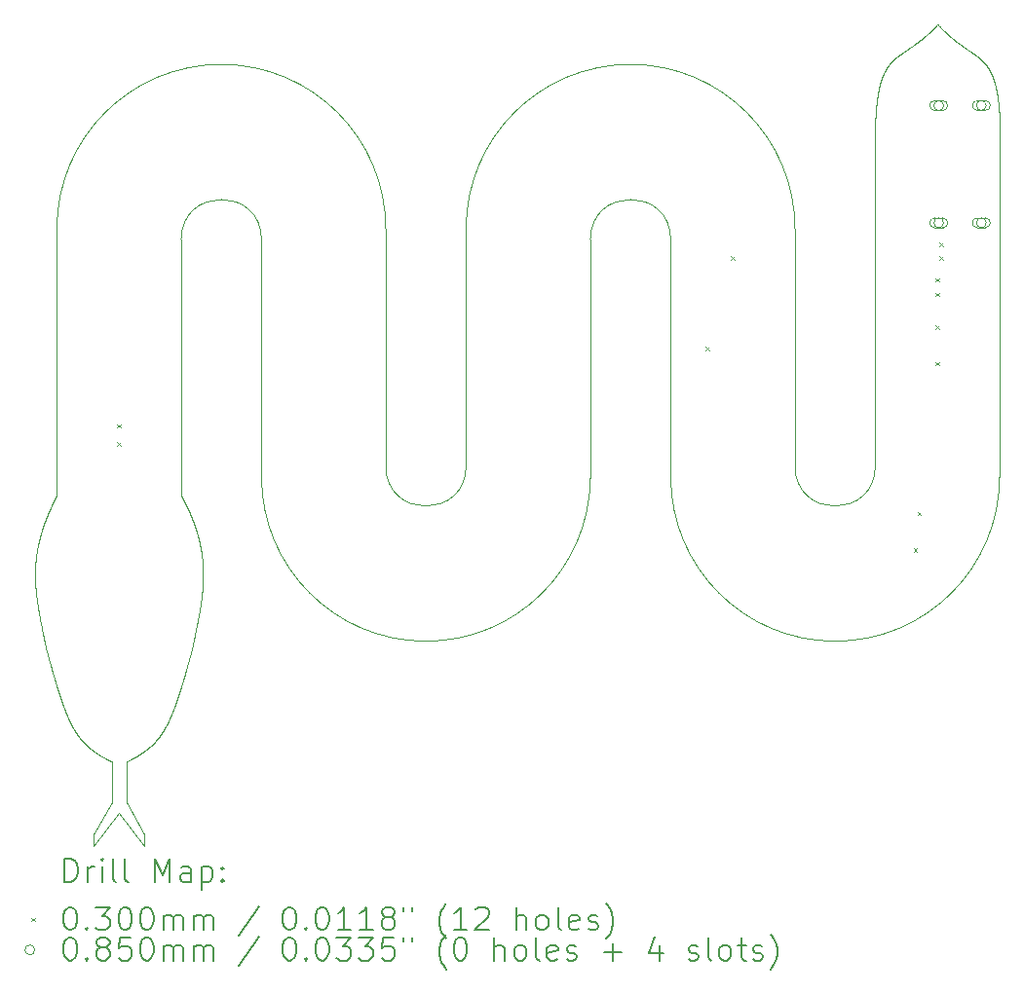
<source format=gbr>
%TF.GenerationSoftware,KiCad,Pcbnew,9.0.0*%
%TF.CreationDate,2025-12-28T17:48:43+00:00*%
%TF.ProjectId,turing,74757269-6e67-42e6-9b69-6361645f7063,v2.0*%
%TF.SameCoordinates,Original*%
%TF.FileFunction,Drillmap*%
%TF.FilePolarity,Positive*%
%FSLAX45Y45*%
G04 Gerber Fmt 4.5, Leading zero omitted, Abs format (unit mm)*
G04 Created by KiCad (PCBNEW 9.0.0) date 2025-12-28 17:48:43*
%MOMM*%
%LPD*%
G01*
G04 APERTURE LIST*
%ADD10C,0.050000*%
%ADD11C,0.200000*%
%ADD12C,0.100000*%
G04 APERTURE END LIST*
D10*
X13303250Y-12858750D02*
X13303250Y-9842500D01*
X14382750Y-9842500D02*
X14382750Y-12954000D01*
X7969250Y-10890250D02*
X7969250Y-12954010D01*
X7270750Y-10890250D02*
X7270750Y-13112750D01*
X10826708Y-12964908D02*
G75*
G02*
X7969250Y-12954011I-1428708J10899D01*
G01*
X6953250Y-16065500D02*
X6953250Y-16160750D01*
X6191250Y-10795000D02*
G75*
G02*
X9048750Y-10795000I1428750J0D01*
G01*
X6508750Y-16065500D02*
X6508750Y-16160750D01*
X6096000Y-14446250D02*
X6097973Y-14453480D01*
X6099936Y-14460668D01*
X6101832Y-14467600D01*
X6103720Y-14474494D01*
X6105546Y-14481159D01*
X6107365Y-14487788D01*
X6109130Y-14494210D01*
X6110887Y-14500598D01*
X6112595Y-14506798D01*
X6114296Y-14512966D01*
X6115951Y-14518963D01*
X6117601Y-14524929D01*
X6119209Y-14530738D01*
X6120811Y-14536518D01*
X6122374Y-14542151D01*
X6123933Y-14547758D01*
X6125455Y-14553229D01*
X6126973Y-14558674D01*
X6128457Y-14563993D01*
X6129937Y-14569287D01*
X6131386Y-14574464D01*
X6132830Y-14579616D01*
X6134245Y-14584658D01*
X6135656Y-14589677D01*
X6137040Y-14594592D01*
X6138420Y-14599485D01*
X6139775Y-14604281D01*
X6141125Y-14609055D01*
X6142452Y-14613737D01*
X6143774Y-14618398D01*
X6145074Y-14622972D01*
X6146371Y-14627526D01*
X6147646Y-14631997D01*
X6148918Y-14636450D01*
X6150169Y-14640823D01*
X6151417Y-14645178D01*
X6152646Y-14649458D01*
X6153871Y-14653720D01*
X6155078Y-14657910D01*
X6156283Y-14662083D01*
X6157469Y-14666189D01*
X6158653Y-14670277D01*
X6159820Y-14674300D01*
X6160985Y-14678306D01*
X6162133Y-14682250D01*
X6163279Y-14686179D01*
X6164410Y-14690047D01*
X6165538Y-14693900D01*
X6166652Y-14697696D01*
X6167763Y-14701477D01*
X6168860Y-14705202D01*
X6169955Y-14708913D01*
X6171036Y-14712571D01*
X6172115Y-14716215D01*
X6173181Y-14719808D01*
X6174245Y-14723387D01*
X6175297Y-14726917D01*
X6176347Y-14730433D01*
X6177385Y-14733902D01*
X6178420Y-14737358D01*
X6179445Y-14740768D01*
X6180467Y-14744165D01*
X6181479Y-14747518D01*
X6182488Y-14750859D01*
X6183487Y-14754157D01*
X6184484Y-14757442D01*
X6185471Y-14760687D01*
X6186457Y-14763919D01*
X6187432Y-14767112D01*
X6188406Y-14770293D01*
X6189370Y-14773436D01*
X6190332Y-14776566D01*
X6191286Y-14779660D01*
X6192238Y-14782742D01*
X6193180Y-14785788D01*
X6194122Y-14788823D01*
X6195055Y-14791823D01*
X6195986Y-14794813D01*
X6196909Y-14797768D01*
X6197831Y-14800712D01*
X6198745Y-14803624D01*
X6199657Y-14806525D01*
X6200561Y-14809394D01*
X6201465Y-14812253D01*
X6202360Y-14815081D01*
X6203255Y-14817899D01*
X6204142Y-14820686D01*
X6205028Y-14823464D01*
X6205907Y-14826212D01*
X6206784Y-14828951D01*
X6207655Y-14831661D01*
X6208525Y-14834362D01*
X6209388Y-14837035D01*
X6210250Y-14839698D01*
X6211105Y-14842334D01*
X6211960Y-14844962D01*
X6212808Y-14847563D01*
X6213655Y-14850154D01*
X6214496Y-14852721D01*
X6215336Y-14855278D01*
X6216170Y-14857810D01*
X6217003Y-14860334D01*
X6217831Y-14862833D01*
X6218657Y-14865324D01*
X6219478Y-14867791D01*
X6220298Y-14870250D01*
X6221113Y-14872685D01*
X6221927Y-14875112D01*
X6222735Y-14877516D01*
X6223543Y-14879913D01*
X6224345Y-14882287D01*
X6225147Y-14884653D01*
X6225944Y-14886998D01*
X6226740Y-14889335D01*
X6227531Y-14891651D01*
X6228322Y-14893959D01*
X6229108Y-14896246D01*
X6229893Y-14898526D01*
X6230673Y-14900786D01*
X6231453Y-14903038D01*
X6232228Y-14905271D01*
X6233003Y-14907496D01*
X6233773Y-14909702D01*
X6234543Y-14911901D01*
X6235308Y-14914081D01*
X6236073Y-14916254D01*
X6236834Y-14918408D01*
X6237594Y-14920556D01*
X6238350Y-14922685D01*
X6239106Y-14924808D01*
X6239858Y-14926913D01*
X6240609Y-14929011D01*
X6241356Y-14931092D01*
X6242103Y-14933166D01*
X6242846Y-14935224D01*
X6243589Y-14937274D01*
X6244328Y-14939309D01*
X6245067Y-14941337D01*
X6245802Y-14943348D01*
X6246536Y-14945353D01*
X6247267Y-14947343D01*
X6247998Y-14949326D01*
X6248726Y-14951293D01*
X6249453Y-14953255D01*
X6250176Y-14955201D01*
X6250900Y-14957141D01*
X6251620Y-14959066D01*
X6252340Y-14960985D01*
X6253057Y-14962890D01*
X6253773Y-14964788D01*
X6254486Y-14966672D01*
X6255200Y-14968551D01*
X6255910Y-14970415D01*
X6256619Y-14972274D01*
X6257326Y-14974118D01*
X6258033Y-14975957D01*
X6258737Y-14977783D01*
X6259441Y-14979603D01*
X6260141Y-14981409D01*
X6260842Y-14983211D01*
X6261540Y-14984999D01*
X6262238Y-14986781D01*
X6262933Y-14988551D01*
X6263628Y-14990316D01*
X6264320Y-14992068D01*
X6265013Y-14993815D01*
X6265702Y-14995549D01*
X6266392Y-14997278D01*
X6267079Y-14998995D01*
X6267766Y-15000707D01*
X6268451Y-15002407D01*
X6269135Y-15004102D01*
X6269817Y-15005786D01*
X6270500Y-15007464D01*
X6271179Y-15009131D01*
X6271859Y-15010793D01*
X6272537Y-15012444D01*
X6273214Y-15014089D01*
X6273890Y-15015724D01*
X6274565Y-15017354D01*
X6275238Y-15018973D01*
X6275911Y-15020588D01*
X6276582Y-15022192D01*
X6277254Y-15023791D01*
X6277923Y-15025379D01*
X6278592Y-15026963D01*
X6279259Y-15028537D01*
X6279926Y-15030106D01*
X6280591Y-15031665D01*
X6281257Y-15033220D01*
X6281920Y-15034764D01*
X6282584Y-15036304D01*
X6283246Y-15037835D01*
X6283907Y-15039361D01*
X6284567Y-15040877D01*
X6285228Y-15042389D01*
X6285886Y-15043892D01*
X6286544Y-15045390D01*
X6287201Y-15046879D01*
X6287858Y-15048364D01*
X6288513Y-15049840D01*
X6289169Y-15051312D01*
X6289823Y-15052774D01*
X6290477Y-15054233D01*
X6291129Y-15055682D01*
X6291782Y-15057128D01*
X6292433Y-15058565D01*
X6293084Y-15059998D01*
X6293734Y-15061422D01*
X6294384Y-15062842D01*
X6295032Y-15064254D01*
X6295681Y-15065662D01*
X6296328Y-15067062D01*
X6296976Y-15068458D01*
X6297622Y-15069846D01*
X6298268Y-15071230D01*
X6298913Y-15072606D01*
X6299559Y-15073978D01*
X6300203Y-15075343D01*
X6300847Y-15076704D01*
X6301490Y-15078057D01*
X6302134Y-15079406D01*
X6302776Y-15080747D01*
X6303418Y-15082085D01*
X6304059Y-15083416D01*
X6304701Y-15084743D01*
X6305341Y-15086062D01*
X6305982Y-15087378D01*
X6306621Y-15088687D01*
X6307261Y-15089992D01*
X6307900Y-15091291D01*
X6308539Y-15092585D01*
X6309177Y-15093873D01*
X6309816Y-15095157D01*
X6310453Y-15096434D01*
X6311091Y-15097708D01*
X6311728Y-15098975D01*
X6312365Y-15100239D01*
X6313001Y-15101496D01*
X6313638Y-15102750D01*
X6314273Y-15103997D01*
X6314910Y-15105241D01*
X6315545Y-15106478D01*
X6316180Y-15107712D01*
X6316815Y-15108940D01*
X6317450Y-15110165D01*
X6318085Y-15111383D01*
X6318719Y-15112598D01*
X6319353Y-15113807D01*
X6319988Y-15115013D01*
X6320622Y-15116213D01*
X6321256Y-15117409D01*
X6321889Y-15118600D01*
X6322523Y-15119787D01*
X6323156Y-15120969D01*
X6323790Y-15122148D01*
X6324423Y-15123321D01*
X6325056Y-15124491D01*
X6325689Y-15125655D01*
X6326322Y-15126816D01*
X6326955Y-15127971D01*
X6327588Y-15129124D01*
X6328221Y-15130271D01*
X6328854Y-15131415D01*
X6329486Y-15132554D01*
X6330119Y-15133690D01*
X6330752Y-15134821D01*
X6331385Y-15135948D01*
X6332018Y-15137071D01*
X6332651Y-15138190D01*
X6333283Y-15139305D01*
X6333917Y-15140417D01*
X6334549Y-15141523D01*
X6335183Y-15142627D01*
X6335816Y-15143726D01*
X6336449Y-15144822D01*
X6337082Y-15145913D01*
X6337716Y-15147001D01*
X6338350Y-15148085D01*
X6338984Y-15149166D01*
X6339617Y-15150242D01*
X6340251Y-15151315D01*
X6340885Y-15152384D01*
X6341520Y-15153450D01*
X6342154Y-15154512D01*
X6342789Y-15155571D01*
X6343424Y-15156625D01*
X6344059Y-15157677D01*
X6344694Y-15158724D01*
X6345330Y-15159769D01*
X6345966Y-15160809D01*
X6346602Y-15161847D01*
X6347238Y-15162880D01*
X6347875Y-15163911D01*
X6348511Y-15164938D01*
X6349148Y-15165962D01*
X6349785Y-15166982D01*
X6350423Y-15168000D01*
X6351061Y-15169014D01*
X6351700Y-15170025D01*
X6352338Y-15171032D01*
X6352977Y-15172036D01*
X6353616Y-15173037D01*
X6354256Y-15174035D01*
X6354896Y-15175029D01*
X6355536Y-15176021D01*
X6356177Y-15177010D01*
X6356818Y-15177995D01*
X6357459Y-15178977D01*
X6358101Y-15179957D01*
X6358744Y-15180933D01*
X6359386Y-15181906D01*
X6360029Y-15182876D01*
X6360673Y-15183844D01*
X6361317Y-15184808D01*
X6361962Y-15185770D01*
X6362607Y-15186728D01*
X6363252Y-15187685D01*
X6363898Y-15188637D01*
X6364545Y-15189588D01*
X6365192Y-15190535D01*
X6365839Y-15191479D01*
X6366487Y-15192421D01*
X6367136Y-15193360D01*
X6367785Y-15194296D01*
X6368435Y-15195230D01*
X6369085Y-15196160D01*
X6369736Y-15197089D01*
X6370387Y-15198014D01*
X6371039Y-15198937D01*
X6371691Y-15199857D01*
X6372345Y-15200775D01*
X6372998Y-15201690D01*
X6373653Y-15202603D01*
X6374308Y-15203513D01*
X6374964Y-15204420D01*
X6375620Y-15205325D01*
X6376277Y-15206228D01*
X6376935Y-15207128D01*
X6377594Y-15208025D01*
X6378253Y-15208920D01*
X6378912Y-15209813D01*
X6379573Y-15210703D01*
X6380234Y-15211591D01*
X6380896Y-15212477D01*
X6381559Y-15213360D01*
X6382223Y-15214241D01*
X6382887Y-15215120D01*
X6383552Y-15215996D01*
X6384218Y-15216870D01*
X6384884Y-15217742D01*
X6385552Y-15218612D01*
X6386220Y-15219479D01*
X6386889Y-15220344D01*
X6387559Y-15221207D01*
X6388230Y-15222068D01*
X6388901Y-15222926D01*
X6389574Y-15223783D01*
X6390247Y-15224637D01*
X6390922Y-15225490D01*
X6391597Y-15226340D01*
X6392273Y-15227188D01*
X6392950Y-15228034D01*
X6393628Y-15228878D01*
X6394307Y-15229720D01*
X6394986Y-15230560D01*
X6395667Y-15231398D01*
X6396349Y-15232234D01*
X6397031Y-15233068D01*
X6397715Y-15233900D01*
X6398400Y-15234730D01*
X6399086Y-15235558D01*
X6399772Y-15236385D01*
X6400460Y-15237209D01*
X6401149Y-15238032D01*
X6401839Y-15238853D01*
X6402530Y-15239671D01*
X6403222Y-15240489D01*
X6403915Y-15241304D01*
X6404609Y-15242117D01*
X6405304Y-15242929D01*
X6406001Y-15243739D01*
X6406698Y-15244547D01*
X6407397Y-15245354D01*
X6408097Y-15246158D01*
X6408798Y-15246961D01*
X6409500Y-15247763D01*
X6410203Y-15248562D01*
X6410908Y-15249360D01*
X6411614Y-15250157D01*
X6412321Y-15250952D01*
X6413029Y-15251745D01*
X6414450Y-15253326D01*
X6415875Y-15254901D01*
X6417306Y-15256470D01*
X6418742Y-15258033D01*
X6420183Y-15259590D01*
X6421630Y-15261141D01*
X6423082Y-15262687D01*
X6424540Y-15264226D01*
X6426004Y-15265761D01*
X6427474Y-15267289D01*
X6428950Y-15268813D01*
X6430431Y-15270331D01*
X6431920Y-15271845D01*
X6433414Y-15273353D01*
X6434915Y-15274857D01*
X6436423Y-15276356D01*
X6437937Y-15277850D01*
X6439458Y-15279339D01*
X6440986Y-15280825D01*
X6442521Y-15282306D01*
X6444063Y-15283782D01*
X6445612Y-15285255D01*
X6447169Y-15286724D01*
X6448733Y-15288188D01*
X6450305Y-15289649D01*
X6451885Y-15291107D01*
X6453473Y-15292561D01*
X6455069Y-15294011D01*
X6456673Y-15295458D01*
X6458285Y-15296902D01*
X6459906Y-15298342D01*
X6461536Y-15299780D01*
X6463174Y-15301215D01*
X6464821Y-15302647D01*
X6466478Y-15304076D01*
X6468143Y-15305503D01*
X6469818Y-15306927D01*
X6471503Y-15308349D01*
X6473197Y-15309768D01*
X6474901Y-15311186D01*
X6476616Y-15312601D01*
X6478340Y-15314015D01*
X6480075Y-15315426D01*
X6481821Y-15316836D01*
X6483577Y-15318245D01*
X6485345Y-15319652D01*
X6487123Y-15321058D01*
X6488913Y-15322462D01*
X6490715Y-15323866D01*
X6492528Y-15325268D01*
X6494353Y-15326670D01*
X6496190Y-15328071D01*
X6498040Y-15329471D01*
X6499903Y-15330871D01*
X6501778Y-15332270D01*
X6503666Y-15333669D01*
X6505568Y-15335069D01*
X6507483Y-15336468D01*
X6509413Y-15337867D01*
X6511356Y-15339267D01*
X6513313Y-15340667D01*
X6515285Y-15342068D01*
X6517272Y-15343470D01*
X6519274Y-15344872D01*
X6521292Y-15346276D01*
X6523325Y-15347681D01*
X6525375Y-15349087D01*
X6527440Y-15350495D01*
X6529522Y-15351904D01*
X6531622Y-15353315D01*
X6533738Y-15354728D01*
X6535873Y-15356144D01*
X6538025Y-15357561D01*
X6540195Y-15358981D01*
X6542385Y-15360404D01*
X6544593Y-15361830D01*
X6546821Y-15363259D01*
X6549069Y-15364691D01*
X6551337Y-15366127D01*
X6553626Y-15367566D01*
X6555937Y-15369009D01*
X6558269Y-15370457D01*
X6560623Y-15371909D01*
X6562999Y-15373365D01*
X6565399Y-15374826D01*
X6567823Y-15376292D01*
X6570270Y-15377763D01*
X6572743Y-15379240D01*
X6575241Y-15380723D01*
X6577764Y-15382212D01*
X6580314Y-15383707D01*
X6582892Y-15385209D01*
X6585497Y-15386718D01*
X6588131Y-15388234D01*
X6590794Y-15389758D01*
X6593487Y-15391290D01*
X6596211Y-15392830D01*
X6598966Y-15394379D01*
X6601754Y-15395936D01*
X6604575Y-15397504D01*
X6607430Y-15399081D01*
X6610321Y-15400668D01*
X6613247Y-15402266D01*
X6616211Y-15403876D01*
X6619213Y-15405497D01*
X6622254Y-15407130D01*
X6625336Y-15408776D01*
X6628460Y-15410435D01*
X6631627Y-15412108D01*
X6634839Y-15413796D01*
X6638097Y-15415499D01*
X6641402Y-15417218D01*
X6644757Y-15418953D01*
X6648162Y-15420706D01*
X6651621Y-15422477D01*
X6655134Y-15424267D01*
X6658704Y-15426077D01*
X6662332Y-15427908D01*
X6666023Y-15429761D01*
X6667500Y-15430500D01*
X7270750Y-13112750D02*
X7270750Y-13112750D01*
X6953250Y-16065500D02*
X6794500Y-15779750D01*
X14382750Y-12954000D02*
G75*
G02*
X11525250Y-12954000I-1428750J0D01*
G01*
X13843000Y-9017000D02*
X13840792Y-9019423D01*
X13838584Y-9021833D01*
X13836376Y-9024233D01*
X13834168Y-9026621D01*
X13831959Y-9028997D01*
X13829750Y-9031363D01*
X13827540Y-9033717D01*
X13825330Y-9036060D01*
X13823118Y-9038393D01*
X13820907Y-9040714D01*
X13818694Y-9043025D01*
X13816481Y-9045325D01*
X13814266Y-9047615D01*
X13812051Y-9049894D01*
X13809834Y-9052163D01*
X13807617Y-9054421D01*
X13805398Y-9056670D01*
X13803178Y-9058909D01*
X13800956Y-9061137D01*
X13798733Y-9063356D01*
X13796508Y-9065566D01*
X13794281Y-9067765D01*
X13792053Y-9069956D01*
X13789823Y-9072137D01*
X13787590Y-9074309D01*
X13785356Y-9076472D01*
X13783119Y-9078626D01*
X13780880Y-9080771D01*
X13778639Y-9082907D01*
X13776395Y-9085035D01*
X13774148Y-9087154D01*
X13771898Y-9089266D01*
X13769646Y-9091369D01*
X13767390Y-9093464D01*
X13765131Y-9095551D01*
X13762869Y-9097631D01*
X13760603Y-9099703D01*
X13758333Y-9101767D01*
X13756060Y-9103825D01*
X13753782Y-9105875D01*
X13751500Y-9107918D01*
X13749214Y-9109955D01*
X13746923Y-9111985D01*
X13744628Y-9114009D01*
X13742327Y-9116026D01*
X13740021Y-9118038D01*
X13737710Y-9120044D01*
X13735393Y-9122044D01*
X13733070Y-9124039D01*
X13730740Y-9126028D01*
X13728405Y-9128013D01*
X13726062Y-9129993D01*
X13723712Y-9131969D01*
X13721355Y-9133940D01*
X13718991Y-9135907D01*
X13716618Y-9137871D01*
X13714237Y-9139832D01*
X13711847Y-9141789D01*
X13709448Y-9143744D01*
X13707039Y-9145696D01*
X13704620Y-9147646D01*
X13702190Y-9149595D01*
X13699749Y-9151542D01*
X13697297Y-9153489D01*
X13694833Y-9155435D01*
X13692355Y-9157381D01*
X13689864Y-9159327D01*
X13687359Y-9161275D01*
X13684839Y-9163224D01*
X13682303Y-9165175D01*
X13679750Y-9167129D01*
X13677180Y-9169087D01*
X13674591Y-9171049D01*
X13671982Y-9173016D01*
X13669352Y-9174989D01*
X13666700Y-9176969D01*
X13664024Y-9178957D01*
X13661322Y-9180953D01*
X13658593Y-9182960D01*
X13655835Y-9184979D01*
X13653045Y-9187011D01*
X13650221Y-9189059D01*
X13647361Y-9191123D01*
X13644460Y-9193206D01*
X13641515Y-9195311D01*
X13638523Y-9197440D01*
X13635477Y-9199598D01*
X13632373Y-9201788D01*
X13629203Y-9204014D01*
X13625959Y-9206282D01*
X13622631Y-9208600D01*
X13619205Y-9210977D01*
X13615666Y-9213422D01*
X13611992Y-9215951D01*
X13608154Y-9218584D01*
X13604110Y-9221348D01*
X13599798Y-9224287D01*
X13595111Y-9227472D01*
X13589854Y-9231035D01*
X13583544Y-9235303D01*
X13578913Y-9238433D01*
X13571515Y-9243434D01*
X13567851Y-9245914D01*
X13564211Y-9248381D01*
X13560594Y-9250838D01*
X13557000Y-9253284D01*
X13553430Y-9255722D01*
X13549883Y-9258152D01*
X13548118Y-9259365D01*
X13546360Y-9260576D01*
X13544607Y-9261786D01*
X13542860Y-9262995D01*
X13541119Y-9264203D01*
X13539384Y-9265410D01*
X13537655Y-9266617D01*
X13535931Y-9267822D01*
X13534214Y-9269028D01*
X13532502Y-9270233D01*
X13530797Y-9271438D01*
X13529097Y-9272643D01*
X13527404Y-9273848D01*
X13525716Y-9275054D01*
X13524034Y-9276260D01*
X13522358Y-9277466D01*
X13520688Y-9278674D01*
X13519024Y-9279882D01*
X13517366Y-9281092D01*
X13515713Y-9282302D01*
X13514067Y-9283514D01*
X13512427Y-9284728D01*
X13510793Y-9285943D01*
X13509164Y-9287160D01*
X13507542Y-9288378D01*
X13505925Y-9289599D01*
X13504315Y-9290823D01*
X13502711Y-9292048D01*
X13501112Y-9293276D01*
X13499519Y-9294507D01*
X13497933Y-9295741D01*
X13496352Y-9296977D01*
X13494778Y-9298217D01*
X13493209Y-9299460D01*
X13491647Y-9300707D01*
X13490090Y-9301957D01*
X13488540Y-9303210D01*
X13486995Y-9304468D01*
X13485457Y-9305729D01*
X13483924Y-9306995D01*
X13482398Y-9308265D01*
X13480877Y-9309539D01*
X13479363Y-9310819D01*
X13477854Y-9312102D01*
X13476352Y-9313391D01*
X13474856Y-9314685D01*
X13473366Y-9315983D01*
X13472623Y-9316635D01*
X13471881Y-9317288D01*
X13471141Y-9317942D01*
X13470403Y-9318597D01*
X13469666Y-9319254D01*
X13468931Y-9319913D01*
X13468197Y-9320572D01*
X13467465Y-9321234D01*
X13466734Y-9321896D01*
X13466005Y-9322561D01*
X13465277Y-9323226D01*
X13464551Y-9323894D01*
X13463826Y-9324563D01*
X13463103Y-9325233D01*
X13462382Y-9325905D01*
X13461661Y-9326579D01*
X13460943Y-9327254D01*
X13460226Y-9327931D01*
X13459510Y-9328609D01*
X13458796Y-9329289D01*
X13458084Y-9329971D01*
X13457373Y-9330655D01*
X13456663Y-9331340D01*
X13455955Y-9332027D01*
X13455249Y-9332716D01*
X13454544Y-9333407D01*
X13453840Y-9334100D01*
X13453138Y-9334794D01*
X13452438Y-9335490D01*
X13451739Y-9336188D01*
X13451042Y-9336888D01*
X13450346Y-9337590D01*
X13449652Y-9338294D01*
X13448959Y-9338999D01*
X13448268Y-9339707D01*
X13447578Y-9340416D01*
X13446890Y-9341128D01*
X13446204Y-9341842D01*
X13445518Y-9342557D01*
X13444835Y-9343275D01*
X13444153Y-9343995D01*
X13443472Y-9344717D01*
X13442793Y-9345441D01*
X13442116Y-9346167D01*
X13441440Y-9346895D01*
X13440766Y-9347625D01*
X13440093Y-9348358D01*
X13439422Y-9349092D01*
X13438752Y-9349829D01*
X13438084Y-9350569D01*
X13437417Y-9351310D01*
X13436752Y-9352054D01*
X13436088Y-9352800D01*
X13435426Y-9353548D01*
X13434765Y-9354299D01*
X13434106Y-9355052D01*
X13433449Y-9355807D01*
X13432793Y-9356565D01*
X13432139Y-9357325D01*
X13431486Y-9358087D01*
X13430834Y-9358852D01*
X13430185Y-9359620D01*
X13429536Y-9360389D01*
X13428890Y-9361162D01*
X13428244Y-9361937D01*
X13427601Y-9362714D01*
X13426959Y-9363494D01*
X13426318Y-9364276D01*
X13425679Y-9365062D01*
X13425042Y-9365849D01*
X13424406Y-9366639D01*
X13423771Y-9367432D01*
X13423138Y-9368228D01*
X13422507Y-9369026D01*
X13421877Y-9369827D01*
X13421249Y-9370631D01*
X13420623Y-9371437D01*
X13419997Y-9372246D01*
X13419374Y-9373058D01*
X13418752Y-9373873D01*
X13418131Y-9374690D01*
X13417513Y-9375511D01*
X13416895Y-9376334D01*
X13416279Y-9377160D01*
X13415665Y-9377989D01*
X13415052Y-9378821D01*
X13414441Y-9379655D01*
X13413832Y-9380493D01*
X13413223Y-9381333D01*
X13412617Y-9382177D01*
X13412012Y-9383023D01*
X13411409Y-9383873D01*
X13410807Y-9384726D01*
X13410206Y-9385581D01*
X13409608Y-9386440D01*
X13409010Y-9387301D01*
X13408415Y-9388166D01*
X13407821Y-9389034D01*
X13407228Y-9389905D01*
X13406637Y-9390779D01*
X13406048Y-9391657D01*
X13405460Y-9392537D01*
X13404874Y-9393421D01*
X13404289Y-9394308D01*
X13403706Y-9395198D01*
X13403124Y-9396092D01*
X13402544Y-9396989D01*
X13401965Y-9397889D01*
X13401388Y-9398792D01*
X13400813Y-9399699D01*
X13400239Y-9400609D01*
X13399667Y-9401522D01*
X13399096Y-9402439D01*
X13398527Y-9403359D01*
X13397960Y-9404283D01*
X13397394Y-9405210D01*
X13396829Y-9406141D01*
X13396266Y-9407075D01*
X13395705Y-9408012D01*
X13395145Y-9408954D01*
X13394587Y-9409898D01*
X13394030Y-9410846D01*
X13393475Y-9411798D01*
X13392922Y-9412753D01*
X13392370Y-9413712D01*
X13391819Y-9414675D01*
X13391271Y-9415641D01*
X13390723Y-9416611D01*
X13390178Y-9417585D01*
X13389634Y-9418562D01*
X13389091Y-9419543D01*
X13388550Y-9420528D01*
X13388011Y-9421516D01*
X13387473Y-9422508D01*
X13386937Y-9423504D01*
X13386402Y-9424504D01*
X13385869Y-9425508D01*
X13385338Y-9426515D01*
X13384808Y-9427527D01*
X13384279Y-9428542D01*
X13383753Y-9429561D01*
X13383227Y-9430585D01*
X13382704Y-9431612D01*
X13382182Y-9432643D01*
X13381661Y-9433678D01*
X13381142Y-9434717D01*
X13380625Y-9435760D01*
X13380109Y-9436807D01*
X13379595Y-9437858D01*
X13379082Y-9438913D01*
X13378571Y-9439972D01*
X13378062Y-9441036D01*
X13377554Y-9442103D01*
X13377048Y-9443175D01*
X13376543Y-9444250D01*
X13376040Y-9445330D01*
X13375538Y-9446415D01*
X13375038Y-9447503D01*
X13374540Y-9448596D01*
X13374043Y-9449692D01*
X13373548Y-9450794D01*
X13373054Y-9451899D01*
X13372562Y-9453009D01*
X13372072Y-9454123D01*
X13371583Y-9455241D01*
X13371096Y-9456364D01*
X13370610Y-9457491D01*
X13370126Y-9458623D01*
X13369644Y-9459759D01*
X13369163Y-9460899D01*
X13368683Y-9462044D01*
X13368205Y-9463193D01*
X13367729Y-9464347D01*
X13367255Y-9465506D01*
X13366782Y-9466668D01*
X13366310Y-9467836D01*
X13365841Y-9469008D01*
X13365372Y-9470184D01*
X13364906Y-9471366D01*
X13364441Y-9472551D01*
X13363977Y-9473742D01*
X13363515Y-9474937D01*
X13363055Y-9476137D01*
X13362596Y-9477341D01*
X13362139Y-9478550D01*
X13361684Y-9479764D01*
X13361230Y-9480983D01*
X13360778Y-9482206D01*
X13360327Y-9483434D01*
X13359878Y-9484667D01*
X13359431Y-9485905D01*
X13358985Y-9487148D01*
X13358540Y-9488395D01*
X13358098Y-9489648D01*
X13357657Y-9490905D01*
X13357217Y-9492167D01*
X13356779Y-9493434D01*
X13356343Y-9494707D01*
X13355908Y-9495984D01*
X13355475Y-9497266D01*
X13355044Y-9498553D01*
X13354614Y-9499845D01*
X13354185Y-9501142D01*
X13353759Y-9502444D01*
X13353334Y-9503751D01*
X13352910Y-9505064D01*
X13352488Y-9506381D01*
X13352068Y-9507704D01*
X13351649Y-9509032D01*
X13351232Y-9510365D01*
X13350817Y-9511703D01*
X13350403Y-9513046D01*
X13349991Y-9514395D01*
X13349580Y-9515749D01*
X13349171Y-9517108D01*
X13348764Y-9518472D01*
X13348358Y-9519842D01*
X13347954Y-9521217D01*
X13347551Y-9522597D01*
X13347150Y-9523983D01*
X13346751Y-9525374D01*
X13346353Y-9526770D01*
X13345957Y-9528172D01*
X13345562Y-9529579D01*
X13345169Y-9530992D01*
X13344778Y-9532410D01*
X13344388Y-9533834D01*
X13344000Y-9535263D01*
X13343614Y-9536698D01*
X13343229Y-9538138D01*
X13342846Y-9539584D01*
X13342464Y-9541035D01*
X13342084Y-9542492D01*
X13341705Y-9543955D01*
X13341329Y-9545423D01*
X13340954Y-9546897D01*
X13340580Y-9548376D01*
X13340208Y-9549862D01*
X13339838Y-9551353D01*
X13339469Y-9552849D01*
X13339102Y-9554352D01*
X13338737Y-9555860D01*
X13338373Y-9557374D01*
X13338011Y-9558893D01*
X13337650Y-9560419D01*
X13337291Y-9561950D01*
X13336934Y-9563488D01*
X13336578Y-9565031D01*
X13336224Y-9566580D01*
X13335871Y-9568135D01*
X13335520Y-9569695D01*
X13335171Y-9571262D01*
X13334824Y-9572835D01*
X13334478Y-9574413D01*
X13334133Y-9575998D01*
X13333791Y-9577589D01*
X13333449Y-9579186D01*
X13333110Y-9580788D01*
X13332772Y-9582397D01*
X13332436Y-9584012D01*
X13332101Y-9585633D01*
X13331768Y-9587261D01*
X13331437Y-9588894D01*
X13331107Y-9590533D01*
X13330779Y-9592179D01*
X13330453Y-9593831D01*
X13330128Y-9595489D01*
X13329805Y-9597153D01*
X13329483Y-9598824D01*
X13329163Y-9600501D01*
X13328845Y-9602184D01*
X13328528Y-9603874D01*
X13328213Y-9605569D01*
X13327900Y-9607272D01*
X13327588Y-9608980D01*
X13327278Y-9610695D01*
X13326970Y-9612416D01*
X13326663Y-9614144D01*
X13326358Y-9615878D01*
X13326054Y-9617619D01*
X13325752Y-9619366D01*
X13325452Y-9621120D01*
X13325153Y-9622880D01*
X13324856Y-9624646D01*
X13324561Y-9626420D01*
X13324267Y-9628199D01*
X13323975Y-9629986D01*
X13323685Y-9631779D01*
X13323396Y-9633578D01*
X13323109Y-9635384D01*
X13322823Y-9637197D01*
X13322539Y-9639017D01*
X13322257Y-9640843D01*
X13321976Y-9642676D01*
X13321697Y-9644516D01*
X13321420Y-9646362D01*
X13321144Y-9648216D01*
X13320870Y-9650076D01*
X13320598Y-9651942D01*
X13320327Y-9653816D01*
X13320058Y-9655697D01*
X13319791Y-9657584D01*
X13319525Y-9659478D01*
X13319261Y-9661379D01*
X13318998Y-9663287D01*
X13318737Y-9665202D01*
X13318478Y-9667124D01*
X13318221Y-9669053D01*
X13317965Y-9670989D01*
X13317710Y-9672932D01*
X13317458Y-9674882D01*
X13317207Y-9676839D01*
X13316958Y-9678803D01*
X13316710Y-9680774D01*
X13316464Y-9682752D01*
X13316220Y-9684738D01*
X13315977Y-9686730D01*
X13315736Y-9688730D01*
X13315496Y-9690737D01*
X13315259Y-9692751D01*
X13315023Y-9694772D01*
X13314788Y-9696800D01*
X13314556Y-9698836D01*
X13314324Y-9700879D01*
X13314095Y-9702929D01*
X13313867Y-9704987D01*
X13313641Y-9707052D01*
X13313417Y-9709124D01*
X13313194Y-9711204D01*
X13312973Y-9713290D01*
X13312753Y-9715385D01*
X13312535Y-9717487D01*
X13312319Y-9719596D01*
X13312105Y-9721712D01*
X13311892Y-9723837D01*
X13311681Y-9725968D01*
X13311471Y-9728107D01*
X13311263Y-9730254D01*
X13311057Y-9732408D01*
X13310852Y-9734570D01*
X13310650Y-9736739D01*
X13310448Y-9738916D01*
X13310249Y-9741101D01*
X13310051Y-9743293D01*
X13309855Y-9745493D01*
X13309660Y-9747700D01*
X13309467Y-9749915D01*
X13309276Y-9752138D01*
X13309087Y-9754369D01*
X13308899Y-9756607D01*
X13308712Y-9758853D01*
X13308528Y-9761107D01*
X13308345Y-9763369D01*
X13308164Y-9765638D01*
X13307984Y-9767916D01*
X13307806Y-9770201D01*
X13307630Y-9772494D01*
X13307456Y-9774795D01*
X13307283Y-9777104D01*
X13307112Y-9779420D01*
X13306942Y-9781745D01*
X13306774Y-9784078D01*
X13306608Y-9786419D01*
X13306444Y-9788767D01*
X13306281Y-9791124D01*
X13306120Y-9793489D01*
X13305960Y-9795862D01*
X13305803Y-9798242D01*
X13305647Y-9800631D01*
X13305492Y-9803028D01*
X13305339Y-9805434D01*
X13305188Y-9807847D01*
X13305039Y-9810269D01*
X13304891Y-9812698D01*
X13304745Y-9815136D01*
X13304601Y-9817582D01*
X13304458Y-9820037D01*
X13304317Y-9822499D01*
X13304178Y-9824970D01*
X13304040Y-9827450D01*
X13303904Y-9829937D01*
X13303770Y-9832433D01*
X13303638Y-9834937D01*
X13303507Y-9837450D01*
X13303377Y-9839971D01*
X13303250Y-9842500D01*
X6794500Y-15779750D02*
X6794500Y-15430500D01*
X6731000Y-15875000D02*
X6953250Y-16160750D01*
X12604750Y-12858750D02*
X12604750Y-10795000D01*
X6191250Y-13112750D02*
X6190226Y-13114687D01*
X6189205Y-13116622D01*
X6188188Y-13118554D01*
X6187174Y-13120484D01*
X6186164Y-13122410D01*
X6185157Y-13124335D01*
X6184154Y-13126257D01*
X6183155Y-13128177D01*
X6182159Y-13130094D01*
X6181167Y-13132009D01*
X6180178Y-13133921D01*
X6179192Y-13135831D01*
X6178211Y-13137738D01*
X6177232Y-13139643D01*
X6176258Y-13141546D01*
X6175286Y-13143446D01*
X6174319Y-13145343D01*
X6173354Y-13147239D01*
X6172393Y-13149131D01*
X6171436Y-13151022D01*
X6170482Y-13152910D01*
X6169531Y-13154796D01*
X6168584Y-13156679D01*
X6167640Y-13158561D01*
X6166700Y-13160439D01*
X6165763Y-13162316D01*
X6164830Y-13164190D01*
X6163899Y-13166062D01*
X6162973Y-13167931D01*
X6162049Y-13169799D01*
X6161129Y-13171663D01*
X6160212Y-13173526D01*
X6159299Y-13175386D01*
X6158389Y-13177245D01*
X6157482Y-13179100D01*
X6156579Y-13180954D01*
X6155679Y-13182806D01*
X6154782Y-13184655D01*
X6153889Y-13186502D01*
X6152998Y-13188347D01*
X6152111Y-13190189D01*
X6151228Y-13192030D01*
X6150347Y-13193868D01*
X6149470Y-13195704D01*
X6148596Y-13197538D01*
X6147726Y-13199370D01*
X6146858Y-13201199D01*
X6145994Y-13203027D01*
X6145133Y-13204852D01*
X6144275Y-13206676D01*
X6143421Y-13208496D01*
X6142570Y-13210316D01*
X6141721Y-13212132D01*
X6140876Y-13213947D01*
X6140035Y-13215760D01*
X6139196Y-13217571D01*
X6138361Y-13219379D01*
X6137528Y-13221186D01*
X6136699Y-13222990D01*
X6135873Y-13224793D01*
X6135050Y-13226593D01*
X6134230Y-13228392D01*
X6133413Y-13230188D01*
X6132600Y-13231983D01*
X6131789Y-13233775D01*
X6130982Y-13235566D01*
X6130178Y-13237354D01*
X6129376Y-13239141D01*
X6128578Y-13240925D01*
X6127783Y-13242708D01*
X6126991Y-13244489D01*
X6126202Y-13246268D01*
X6125416Y-13248044D01*
X6124633Y-13249819D01*
X6123853Y-13251592D01*
X6123076Y-13253364D01*
X6122302Y-13255133D01*
X6121532Y-13256900D01*
X6120764Y-13258665D01*
X6119999Y-13260429D01*
X6119237Y-13262191D01*
X6118478Y-13263951D01*
X6117722Y-13265709D01*
X6116969Y-13267465D01*
X6116219Y-13269219D01*
X6115472Y-13270972D01*
X6114728Y-13272722D01*
X6113987Y-13274471D01*
X6113249Y-13276218D01*
X6112513Y-13277964D01*
X6111781Y-13279707D01*
X6111051Y-13281449D01*
X6110325Y-13283189D01*
X6109601Y-13284927D01*
X6108880Y-13286664D01*
X6108162Y-13288399D01*
X6107447Y-13290132D01*
X6106735Y-13291863D01*
X6106026Y-13293593D01*
X6105319Y-13295321D01*
X6104616Y-13297047D01*
X6103915Y-13298771D01*
X6103217Y-13300494D01*
X6102522Y-13302215D01*
X6101830Y-13303935D01*
X6101141Y-13305653D01*
X6100454Y-13307369D01*
X6099770Y-13309084D01*
X6099089Y-13310796D01*
X6098411Y-13312508D01*
X6097736Y-13314217D01*
X6097063Y-13315926D01*
X6096393Y-13317632D01*
X6095726Y-13319337D01*
X6095062Y-13321040D01*
X6094401Y-13322742D01*
X6093742Y-13324442D01*
X6093086Y-13326141D01*
X6092433Y-13327838D01*
X6091782Y-13329533D01*
X6091134Y-13331227D01*
X6090489Y-13332920D01*
X6089847Y-13334610D01*
X6089207Y-13336300D01*
X6088570Y-13337988D01*
X6087936Y-13339674D01*
X6087304Y-13341359D01*
X6086676Y-13343042D01*
X6086049Y-13344724D01*
X6085426Y-13346405D01*
X6084805Y-13348084D01*
X6084187Y-13349761D01*
X6083572Y-13351437D01*
X6082959Y-13353112D01*
X6082349Y-13354785D01*
X6081741Y-13356457D01*
X6081136Y-13358128D01*
X6080534Y-13359797D01*
X6079934Y-13361464D01*
X6079337Y-13363131D01*
X6078743Y-13364796D01*
X6078151Y-13366459D01*
X6077562Y-13368121D01*
X6076975Y-13369782D01*
X6076391Y-13371441D01*
X6075810Y-13373100D01*
X6075231Y-13374756D01*
X6074655Y-13376412D01*
X6074081Y-13378066D01*
X6073510Y-13379719D01*
X6072942Y-13381370D01*
X6072376Y-13383021D01*
X6071812Y-13384669D01*
X6071251Y-13386317D01*
X6070693Y-13387964D01*
X6070137Y-13389609D01*
X6069584Y-13391253D01*
X6069033Y-13392895D01*
X6068485Y-13394537D01*
X6067940Y-13396177D01*
X6067396Y-13397816D01*
X6066856Y-13399454D01*
X6066318Y-13401090D01*
X6065782Y-13402726D01*
X6065249Y-13404360D01*
X6064718Y-13405993D01*
X6064190Y-13407625D01*
X6063664Y-13409255D01*
X6063141Y-13410885D01*
X6062620Y-13412513D01*
X6062102Y-13414141D01*
X6061586Y-13415767D01*
X6061073Y-13417392D01*
X6060562Y-13419015D01*
X6060053Y-13420638D01*
X6059547Y-13422260D01*
X6059043Y-13423880D01*
X6058542Y-13425500D01*
X6058043Y-13427118D01*
X6057547Y-13428736D01*
X6057053Y-13430352D01*
X6056562Y-13431967D01*
X6056072Y-13433581D01*
X6055586Y-13435194D01*
X6055101Y-13436807D01*
X6054619Y-13438418D01*
X6054140Y-13440028D01*
X6053663Y-13441637D01*
X6053188Y-13443245D01*
X6052716Y-13444852D01*
X6052246Y-13446458D01*
X6051778Y-13448063D01*
X6051313Y-13449668D01*
X6050850Y-13451271D01*
X6050389Y-13452873D01*
X6049931Y-13454474D01*
X6049475Y-13456075D01*
X6049021Y-13457674D01*
X6048570Y-13459273D01*
X6048121Y-13460871D01*
X6047675Y-13462468D01*
X6047230Y-13464063D01*
X6046788Y-13465658D01*
X6046349Y-13467253D01*
X6045912Y-13468846D01*
X6045477Y-13470438D01*
X6045044Y-13472030D01*
X6044614Y-13473621D01*
X6044185Y-13475211D01*
X6043760Y-13476800D01*
X6043336Y-13478388D01*
X6042915Y-13479975D01*
X6042496Y-13481562D01*
X6042079Y-13483148D01*
X6041665Y-13484733D01*
X6041253Y-13486317D01*
X6040843Y-13487901D01*
X6040435Y-13489483D01*
X6040030Y-13491066D01*
X6039627Y-13492647D01*
X6039226Y-13494228D01*
X6038827Y-13495807D01*
X6038431Y-13497386D01*
X6038037Y-13498965D01*
X6037645Y-13500543D01*
X6037255Y-13502120D01*
X6036868Y-13503696D01*
X6036483Y-13505272D01*
X6036100Y-13506847D01*
X6035719Y-13508421D01*
X6035340Y-13509995D01*
X6034964Y-13511568D01*
X6034590Y-13513140D01*
X6034218Y-13514712D01*
X6033481Y-13517854D01*
X6032752Y-13520993D01*
X6032033Y-13524130D01*
X6031322Y-13527265D01*
X6030619Y-13530398D01*
X6029925Y-13533528D01*
X6029240Y-13536657D01*
X6028564Y-13539783D01*
X6027896Y-13542908D01*
X6027237Y-13546030D01*
X6026586Y-13549152D01*
X6025944Y-13552271D01*
X6025310Y-13555389D01*
X6024685Y-13558505D01*
X6024068Y-13561619D01*
X6023459Y-13564733D01*
X6022859Y-13567845D01*
X6022268Y-13570955D01*
X6021684Y-13574065D01*
X6021110Y-13577173D01*
X6020543Y-13580281D01*
X6019985Y-13583387D01*
X6019435Y-13586493D01*
X6018893Y-13589598D01*
X6018359Y-13592702D01*
X6017834Y-13595805D01*
X6017317Y-13598908D01*
X6016808Y-13602010D01*
X6016307Y-13605112D01*
X6015814Y-13608214D01*
X6015330Y-13611315D01*
X6014853Y-13614416D01*
X6014385Y-13617517D01*
X6013925Y-13620618D01*
X6013473Y-13623719D01*
X6013029Y-13626820D01*
X6012593Y-13629922D01*
X6012165Y-13633024D01*
X6011745Y-13636126D01*
X6011333Y-13639228D01*
X6010929Y-13642332D01*
X6010532Y-13645436D01*
X6010144Y-13648540D01*
X6009764Y-13651646D01*
X6009392Y-13654752D01*
X6009028Y-13657859D01*
X6008671Y-13660968D01*
X6008323Y-13664077D01*
X6007982Y-13667188D01*
X6007650Y-13670301D01*
X6007325Y-13673415D01*
X6007008Y-13676530D01*
X6006699Y-13679647D01*
X6006398Y-13682766D01*
X6006104Y-13685886D01*
X6005819Y-13689009D01*
X6005541Y-13692133D01*
X6005271Y-13695260D01*
X6005009Y-13698389D01*
X6004755Y-13701520D01*
X6004509Y-13704654D01*
X6004270Y-13707791D01*
X6004039Y-13710930D01*
X6003816Y-13714072D01*
X6003601Y-13717216D01*
X6003394Y-13720364D01*
X6003194Y-13723515D01*
X6003003Y-13726669D01*
X6002819Y-13729826D01*
X6002643Y-13732987D01*
X6002474Y-13736151D01*
X6002314Y-13739319D01*
X6002161Y-13742491D01*
X6002016Y-13745667D01*
X6001879Y-13748847D01*
X6001750Y-13752031D01*
X6001628Y-13755219D01*
X6001515Y-13758412D01*
X6001409Y-13761609D01*
X6001311Y-13764811D01*
X6001221Y-13768018D01*
X6001139Y-13771229D01*
X6001064Y-13774446D01*
X6000998Y-13777668D01*
X6000939Y-13780896D01*
X6000888Y-13784129D01*
X6000845Y-13787367D01*
X6000810Y-13790612D01*
X6000783Y-13793862D01*
X6000764Y-13797119D01*
X6000753Y-13800382D01*
X6000750Y-13803651D01*
X6000755Y-13806927D01*
X6000768Y-13810210D01*
X6000788Y-13813499D01*
X6000817Y-13816796D01*
X6000854Y-13820100D01*
X6000899Y-13823412D01*
X6000952Y-13826731D01*
X6001014Y-13830058D01*
X6001083Y-13833393D01*
X6001160Y-13836736D01*
X6001246Y-13840088D01*
X6001340Y-13843448D01*
X6001442Y-13846817D01*
X6001552Y-13850195D01*
X6001671Y-13853583D01*
X6001798Y-13856980D01*
X6001934Y-13860386D01*
X6002077Y-13863803D01*
X6002229Y-13867229D01*
X6002390Y-13870666D01*
X6002559Y-13874114D01*
X6002737Y-13877572D01*
X6002923Y-13881042D01*
X6003118Y-13884523D01*
X6003321Y-13888015D01*
X6003534Y-13891520D01*
X6003754Y-13895037D01*
X6003984Y-13898566D01*
X6004223Y-13902108D01*
X6004470Y-13905663D01*
X6004727Y-13909232D01*
X6004992Y-13912814D01*
X6005266Y-13916410D01*
X6005550Y-13920021D01*
X6005842Y-13923646D01*
X6006144Y-13927287D01*
X6006456Y-13930943D01*
X6006776Y-13934615D01*
X6007106Y-13938303D01*
X6007446Y-13942007D01*
X6007795Y-13945729D01*
X6008153Y-13949468D01*
X6008522Y-13953225D01*
X6008900Y-13957001D01*
X6009288Y-13960795D01*
X6009687Y-13964609D01*
X6010095Y-13968442D01*
X6010513Y-13972296D01*
X6010942Y-13976171D01*
X6011381Y-13980067D01*
X6011831Y-13983985D01*
X6012291Y-13987926D01*
X6012762Y-13991889D01*
X6013244Y-13995877D01*
X6013737Y-13999890D01*
X6014241Y-14003927D01*
X6014757Y-14007991D01*
X6015284Y-14012081D01*
X6015822Y-14016199D01*
X6016372Y-14020345D01*
X6016934Y-14024520D01*
X6017508Y-14028726D01*
X6018095Y-14032962D01*
X6018694Y-14037231D01*
X6019305Y-14041533D01*
X6019930Y-14045868D01*
X6020568Y-14050239D01*
X6021219Y-14054647D01*
X6021883Y-14059092D01*
X6022562Y-14063577D01*
X6023255Y-14068101D01*
X6023962Y-14072668D01*
X6024684Y-14077279D01*
X6025422Y-14081934D01*
X6026174Y-14086637D01*
X6026943Y-14091388D01*
X6027728Y-14096191D01*
X6028530Y-14101046D01*
X6029348Y-14105956D01*
X6030185Y-14110925D01*
X6031040Y-14115954D01*
X6031914Y-14121046D01*
X6032807Y-14126204D01*
X6033720Y-14131432D01*
X6034654Y-14136734D01*
X6035610Y-14142112D01*
X6036588Y-14147572D01*
X6037590Y-14153118D01*
X6038617Y-14158756D01*
X6039669Y-14164490D01*
X6040748Y-14170329D01*
X6041856Y-14176277D01*
X6042994Y-14182344D01*
X6044164Y-14188539D01*
X6045368Y-14194872D01*
X6046608Y-14201353D01*
X6047888Y-14207998D01*
X6049210Y-14214822D01*
X6050579Y-14221842D01*
X6051998Y-14229082D01*
X6053474Y-14236569D01*
X6055012Y-14244335D01*
X6056623Y-14252422D01*
X6058316Y-14260884D01*
X6060106Y-14269793D01*
X6062014Y-14279247D01*
X6064069Y-14289393D01*
X6066319Y-14300458D01*
X6068844Y-14312845D01*
X6071820Y-14327403D01*
X6075893Y-14347294D01*
X6078379Y-14359430D01*
X6080876Y-14371629D01*
X6083382Y-14383894D01*
X6085896Y-14396225D01*
X6087155Y-14402417D01*
X6088416Y-14408625D01*
X6089678Y-14414851D01*
X6090942Y-14421095D01*
X6092205Y-14427356D01*
X6093470Y-14433636D01*
X6094735Y-14439934D01*
X6096000Y-14446250D01*
X7270750Y-13112750D02*
X7271774Y-13114687D01*
X7272795Y-13116622D01*
X7273812Y-13118554D01*
X7274826Y-13120484D01*
X7275836Y-13122410D01*
X7276843Y-13124335D01*
X7277846Y-13126257D01*
X7278845Y-13128177D01*
X7279841Y-13130094D01*
X7280833Y-13132009D01*
X7281822Y-13133921D01*
X7282807Y-13135831D01*
X7283789Y-13137738D01*
X7284768Y-13139643D01*
X7285742Y-13141546D01*
X7286714Y-13143446D01*
X7287681Y-13145343D01*
X7288646Y-13147239D01*
X7289607Y-13149131D01*
X7290564Y-13151022D01*
X7291518Y-13152910D01*
X7292469Y-13154796D01*
X7293416Y-13156679D01*
X7294360Y-13158561D01*
X7295300Y-13160439D01*
X7296237Y-13162316D01*
X7297170Y-13164190D01*
X7298101Y-13166062D01*
X7299027Y-13167931D01*
X7299951Y-13169799D01*
X7300871Y-13171663D01*
X7301788Y-13173526D01*
X7302701Y-13175386D01*
X7303611Y-13177245D01*
X7304518Y-13179100D01*
X7305421Y-13180954D01*
X7306321Y-13182806D01*
X7307218Y-13184655D01*
X7308111Y-13186502D01*
X7309002Y-13188347D01*
X7309888Y-13190189D01*
X7310772Y-13192030D01*
X7311652Y-13193868D01*
X7312530Y-13195704D01*
X7313403Y-13197538D01*
X7314274Y-13199370D01*
X7315142Y-13201199D01*
X7316006Y-13203027D01*
X7316867Y-13204852D01*
X7317724Y-13206676D01*
X7318579Y-13208496D01*
X7319430Y-13210316D01*
X7320278Y-13212132D01*
X7321124Y-13213947D01*
X7321965Y-13215760D01*
X7322804Y-13217571D01*
X7323639Y-13219379D01*
X7324472Y-13221186D01*
X7325301Y-13222990D01*
X7326127Y-13224793D01*
X7326950Y-13226593D01*
X7327770Y-13228392D01*
X7328586Y-13230188D01*
X7329400Y-13231983D01*
X7330211Y-13233775D01*
X7331018Y-13235566D01*
X7331822Y-13237354D01*
X7332624Y-13239141D01*
X7333422Y-13240925D01*
X7334217Y-13242708D01*
X7335009Y-13244489D01*
X7335798Y-13246268D01*
X7336584Y-13248044D01*
X7337367Y-13249819D01*
X7338147Y-13251592D01*
X7338924Y-13253364D01*
X7339697Y-13255133D01*
X7340468Y-13256900D01*
X7341236Y-13258665D01*
X7342001Y-13260429D01*
X7342763Y-13262191D01*
X7343522Y-13263951D01*
X7344278Y-13265709D01*
X7345031Y-13267465D01*
X7345781Y-13269219D01*
X7346528Y-13270972D01*
X7347272Y-13272722D01*
X7348013Y-13274471D01*
X7348751Y-13276218D01*
X7349487Y-13277964D01*
X7350219Y-13279707D01*
X7350949Y-13281449D01*
X7351675Y-13283189D01*
X7352399Y-13284927D01*
X7353120Y-13286664D01*
X7353838Y-13288399D01*
X7354553Y-13290132D01*
X7355265Y-13291863D01*
X7355974Y-13293593D01*
X7356680Y-13295321D01*
X7357384Y-13297047D01*
X7358085Y-13298771D01*
X7358783Y-13300494D01*
X7359478Y-13302215D01*
X7360170Y-13303935D01*
X7360859Y-13305653D01*
X7361546Y-13307369D01*
X7362230Y-13309084D01*
X7362911Y-13310796D01*
X7363589Y-13312508D01*
X7364264Y-13314217D01*
X7364937Y-13315926D01*
X7365607Y-13317632D01*
X7366274Y-13319337D01*
X7366938Y-13321040D01*
X7367599Y-13322742D01*
X7368258Y-13324442D01*
X7368914Y-13326141D01*
X7369567Y-13327838D01*
X7370218Y-13329533D01*
X7370866Y-13331227D01*
X7371511Y-13332920D01*
X7372153Y-13334610D01*
X7372793Y-13336300D01*
X7373430Y-13337988D01*
X7374064Y-13339674D01*
X7374695Y-13341359D01*
X7375324Y-13343042D01*
X7375950Y-13344724D01*
X7376574Y-13346405D01*
X7377195Y-13348084D01*
X7377813Y-13349761D01*
X7378428Y-13351437D01*
X7379041Y-13353112D01*
X7379651Y-13354785D01*
X7380259Y-13356457D01*
X7380864Y-13358128D01*
X7381466Y-13359797D01*
X7382066Y-13361464D01*
X7382663Y-13363131D01*
X7383257Y-13364796D01*
X7383849Y-13366459D01*
X7384438Y-13368121D01*
X7385025Y-13369782D01*
X7385609Y-13371441D01*
X7386190Y-13373100D01*
X7386769Y-13374756D01*
X7387345Y-13376412D01*
X7387919Y-13378066D01*
X7388490Y-13379719D01*
X7389058Y-13381370D01*
X7389624Y-13383021D01*
X7390188Y-13384669D01*
X7390748Y-13386317D01*
X7391307Y-13387964D01*
X7391863Y-13389609D01*
X7392416Y-13391253D01*
X7392966Y-13392895D01*
X7393515Y-13394537D01*
X7394060Y-13396177D01*
X7394603Y-13397816D01*
X7395144Y-13399454D01*
X7395682Y-13401090D01*
X7396218Y-13402726D01*
X7396751Y-13404360D01*
X7397282Y-13405993D01*
X7397810Y-13407625D01*
X7398336Y-13409255D01*
X7398859Y-13410885D01*
X7399380Y-13412513D01*
X7399898Y-13414141D01*
X7400414Y-13415767D01*
X7400927Y-13417392D01*
X7401438Y-13419015D01*
X7401947Y-13420638D01*
X7402453Y-13422260D01*
X7402956Y-13423880D01*
X7403458Y-13425500D01*
X7403956Y-13427118D01*
X7404453Y-13428736D01*
X7404947Y-13430352D01*
X7405438Y-13431967D01*
X7405927Y-13433581D01*
X7406414Y-13435194D01*
X7406898Y-13436807D01*
X7407380Y-13438418D01*
X7407860Y-13440028D01*
X7408337Y-13441637D01*
X7408812Y-13443245D01*
X7409284Y-13444852D01*
X7409754Y-13446458D01*
X7410222Y-13448063D01*
X7410687Y-13449668D01*
X7411150Y-13451271D01*
X7411611Y-13452873D01*
X7412069Y-13454474D01*
X7412525Y-13456075D01*
X7412979Y-13457674D01*
X7413430Y-13459273D01*
X7413879Y-13460871D01*
X7414325Y-13462468D01*
X7414769Y-13464063D01*
X7415211Y-13465658D01*
X7415651Y-13467253D01*
X7416088Y-13468846D01*
X7416523Y-13470438D01*
X7416956Y-13472030D01*
X7417386Y-13473621D01*
X7417814Y-13475211D01*
X7418240Y-13476800D01*
X7418664Y-13478388D01*
X7419085Y-13479975D01*
X7419504Y-13481562D01*
X7419921Y-13483148D01*
X7420335Y-13484733D01*
X7420747Y-13486317D01*
X7421157Y-13487901D01*
X7421565Y-13489483D01*
X7421970Y-13491066D01*
X7422373Y-13492647D01*
X7422774Y-13494228D01*
X7423172Y-13495807D01*
X7423569Y-13497386D01*
X7423963Y-13498965D01*
X7424355Y-13500543D01*
X7424744Y-13502120D01*
X7425132Y-13503696D01*
X7425517Y-13505272D01*
X7425900Y-13506847D01*
X7426281Y-13508421D01*
X7426659Y-13509995D01*
X7427036Y-13511568D01*
X7427410Y-13513140D01*
X7427782Y-13514712D01*
X7428519Y-13517854D01*
X7429248Y-13520993D01*
X7429967Y-13524130D01*
X7430678Y-13527265D01*
X7431381Y-13530398D01*
X7432074Y-13533528D01*
X7432760Y-13536657D01*
X7433436Y-13539783D01*
X7434104Y-13542908D01*
X7434763Y-13546030D01*
X7435414Y-13549152D01*
X7436056Y-13552271D01*
X7436690Y-13555389D01*
X7437315Y-13558505D01*
X7437932Y-13561619D01*
X7438540Y-13564733D01*
X7439140Y-13567845D01*
X7439732Y-13570955D01*
X7440315Y-13574065D01*
X7440890Y-13577173D01*
X7441457Y-13580281D01*
X7442015Y-13583387D01*
X7442565Y-13586493D01*
X7443107Y-13589598D01*
X7443641Y-13592702D01*
X7444166Y-13595805D01*
X7444683Y-13598908D01*
X7445192Y-13602010D01*
X7445693Y-13605112D01*
X7446186Y-13608214D01*
X7446670Y-13611315D01*
X7447146Y-13614416D01*
X7447615Y-13617517D01*
X7448075Y-13620618D01*
X7448527Y-13623719D01*
X7448971Y-13626820D01*
X7449407Y-13629922D01*
X7449835Y-13633024D01*
X7450255Y-13636126D01*
X7450667Y-13639228D01*
X7451071Y-13642332D01*
X7451467Y-13645436D01*
X7451855Y-13648540D01*
X7452236Y-13651646D01*
X7452608Y-13654752D01*
X7452972Y-13657859D01*
X7453328Y-13660968D01*
X7453677Y-13664077D01*
X7454018Y-13667188D01*
X7454350Y-13670301D01*
X7454675Y-13673415D01*
X7454992Y-13676530D01*
X7455301Y-13679647D01*
X7455602Y-13682766D01*
X7455896Y-13685886D01*
X7456181Y-13689009D01*
X7456459Y-13692133D01*
X7456729Y-13695260D01*
X7456991Y-13698389D01*
X7457245Y-13701520D01*
X7457491Y-13704654D01*
X7457730Y-13707791D01*
X7457961Y-13710930D01*
X7458183Y-13714072D01*
X7458399Y-13717216D01*
X7458606Y-13720364D01*
X7458806Y-13723515D01*
X7458997Y-13726669D01*
X7459181Y-13729826D01*
X7459357Y-13732987D01*
X7459526Y-13736151D01*
X7459686Y-13739319D01*
X7459839Y-13742491D01*
X7459984Y-13745667D01*
X7460121Y-13748847D01*
X7460250Y-13752031D01*
X7460372Y-13755219D01*
X7460485Y-13758412D01*
X7460591Y-13761609D01*
X7460689Y-13764811D01*
X7460779Y-13768018D01*
X7460861Y-13771229D01*
X7460936Y-13774446D01*
X7461002Y-13777668D01*
X7461061Y-13780896D01*
X7461112Y-13784129D01*
X7461155Y-13787367D01*
X7461190Y-13790612D01*
X7461217Y-13793862D01*
X7461236Y-13797119D01*
X7461247Y-13800382D01*
X7461250Y-13803651D01*
X7461245Y-13806927D01*
X7461232Y-13810210D01*
X7461211Y-13813499D01*
X7461183Y-13816796D01*
X7461146Y-13820100D01*
X7461101Y-13823412D01*
X7461048Y-13826731D01*
X7460986Y-13830058D01*
X7460917Y-13833393D01*
X7460840Y-13836736D01*
X7460754Y-13840088D01*
X7460660Y-13843448D01*
X7460558Y-13846817D01*
X7460447Y-13850195D01*
X7460329Y-13853583D01*
X7460202Y-13856980D01*
X7460066Y-13860386D01*
X7459923Y-13863803D01*
X7459770Y-13867229D01*
X7459610Y-13870666D01*
X7459441Y-13874114D01*
X7459263Y-13877572D01*
X7459077Y-13881042D01*
X7458882Y-13884523D01*
X7458678Y-13888015D01*
X7458466Y-13891520D01*
X7458245Y-13895037D01*
X7458016Y-13898566D01*
X7457777Y-13902108D01*
X7457530Y-13905663D01*
X7457273Y-13909232D01*
X7457008Y-13912814D01*
X7456734Y-13916410D01*
X7456450Y-13920021D01*
X7456157Y-13923646D01*
X7455856Y-13927287D01*
X7455544Y-13930943D01*
X7455224Y-13934615D01*
X7454894Y-13938303D01*
X7454554Y-13942007D01*
X7454205Y-13945729D01*
X7453846Y-13949468D01*
X7453478Y-13953225D01*
X7453100Y-13957001D01*
X7452712Y-13960795D01*
X7452313Y-13964609D01*
X7451905Y-13968442D01*
X7451487Y-13972296D01*
X7451058Y-13976171D01*
X7450619Y-13980067D01*
X7450169Y-13983985D01*
X7449709Y-13987926D01*
X7449237Y-13991889D01*
X7448756Y-13995877D01*
X7448263Y-13999890D01*
X7447759Y-14003927D01*
X7447243Y-14007991D01*
X7446716Y-14012081D01*
X7446178Y-14016199D01*
X7445628Y-14020345D01*
X7445066Y-14024520D01*
X7444492Y-14028726D01*
X7443905Y-14032962D01*
X7443306Y-14037231D01*
X7442694Y-14041533D01*
X7442070Y-14045868D01*
X7441432Y-14050239D01*
X7440781Y-14054647D01*
X7440116Y-14059092D01*
X7439438Y-14063577D01*
X7438745Y-14068101D01*
X7438038Y-14072668D01*
X7437316Y-14077279D01*
X7436578Y-14081934D01*
X7435826Y-14086637D01*
X7435057Y-14091388D01*
X7434272Y-14096191D01*
X7433470Y-14101046D01*
X7432651Y-14105956D01*
X7431815Y-14110925D01*
X7430960Y-14115954D01*
X7430086Y-14121046D01*
X7429193Y-14126204D01*
X7428280Y-14131432D01*
X7427346Y-14136734D01*
X7426390Y-14142112D01*
X7425412Y-14147572D01*
X7424410Y-14153118D01*
X7423383Y-14158756D01*
X7422331Y-14164490D01*
X7421252Y-14170329D01*
X7420144Y-14176277D01*
X7419006Y-14182344D01*
X7417836Y-14188539D01*
X7416632Y-14194872D01*
X7415392Y-14201353D01*
X7414112Y-14207998D01*
X7412790Y-14214822D01*
X7411421Y-14221842D01*
X7410002Y-14229082D01*
X7408526Y-14236569D01*
X7406988Y-14244335D01*
X7405377Y-14252422D01*
X7403684Y-14260884D01*
X7401894Y-14269793D01*
X7399986Y-14279247D01*
X7397931Y-14289393D01*
X7395681Y-14300458D01*
X7393156Y-14312845D01*
X7390180Y-14327403D01*
X7386107Y-14347294D01*
X7383621Y-14359430D01*
X7381124Y-14371629D01*
X7378618Y-14383894D01*
X7376104Y-14396225D01*
X7374845Y-14402417D01*
X7373584Y-14408625D01*
X7372321Y-14414851D01*
X7371058Y-14421095D01*
X7369794Y-14427356D01*
X7368530Y-14433636D01*
X7367265Y-14439934D01*
X7366000Y-14446250D01*
X9747250Y-12858750D02*
G75*
G02*
X9048750Y-12858750I-349250J0D01*
G01*
X6508750Y-16160750D02*
X6731000Y-15875000D01*
X11525250Y-10890250D02*
X11525250Y-12954000D01*
X6667500Y-15430500D02*
X6667500Y-15779750D01*
X10826708Y-12964900D02*
X10826750Y-10890250D01*
X7366000Y-14446250D02*
X7364027Y-14453480D01*
X7362063Y-14460668D01*
X7360168Y-14467600D01*
X7358280Y-14474494D01*
X7356454Y-14481159D01*
X7354635Y-14487788D01*
X7352870Y-14494210D01*
X7351113Y-14500598D01*
X7349405Y-14506798D01*
X7347704Y-14512966D01*
X7346049Y-14518963D01*
X7344399Y-14524929D01*
X7342791Y-14530738D01*
X7341189Y-14536518D01*
X7339626Y-14542151D01*
X7338067Y-14547758D01*
X7336545Y-14553229D01*
X7335027Y-14558674D01*
X7333543Y-14563993D01*
X7332063Y-14569287D01*
X7330614Y-14574464D01*
X7329170Y-14579616D01*
X7327754Y-14584658D01*
X7326343Y-14589677D01*
X7324959Y-14594592D01*
X7323580Y-14599485D01*
X7322225Y-14604281D01*
X7320875Y-14609055D01*
X7319548Y-14613737D01*
X7318226Y-14618398D01*
X7316925Y-14622972D01*
X7315629Y-14627526D01*
X7314354Y-14631997D01*
X7313082Y-14636450D01*
X7311831Y-14640823D01*
X7310583Y-14645178D01*
X7309354Y-14649458D01*
X7308129Y-14653720D01*
X7306921Y-14657910D01*
X7305717Y-14662083D01*
X7304530Y-14666189D01*
X7303347Y-14670277D01*
X7302179Y-14674300D01*
X7301015Y-14678306D01*
X7299866Y-14682250D01*
X7298721Y-14686179D01*
X7297590Y-14690047D01*
X7296462Y-14693900D01*
X7295348Y-14697696D01*
X7294237Y-14701477D01*
X7293140Y-14705202D01*
X7292045Y-14708913D01*
X7290964Y-14712571D01*
X7289885Y-14716215D01*
X7288819Y-14719808D01*
X7287754Y-14723387D01*
X7286703Y-14726917D01*
X7285653Y-14730433D01*
X7284615Y-14733902D01*
X7283579Y-14737358D01*
X7282555Y-14740768D01*
X7281533Y-14744165D01*
X7280521Y-14747518D01*
X7279512Y-14750859D01*
X7278513Y-14754157D01*
X7277515Y-14757442D01*
X7276529Y-14760687D01*
X7275543Y-14763919D01*
X7274568Y-14767112D01*
X7273594Y-14770293D01*
X7272630Y-14773436D01*
X7271668Y-14776566D01*
X7270714Y-14779660D01*
X7269762Y-14782742D01*
X7268819Y-14785788D01*
X7267878Y-14788823D01*
X7266945Y-14791823D01*
X7266014Y-14794813D01*
X7265091Y-14797768D01*
X7264169Y-14800712D01*
X7263255Y-14803624D01*
X7262343Y-14806525D01*
X7261439Y-14809394D01*
X7260535Y-14812253D01*
X7259640Y-14815081D01*
X7258745Y-14817899D01*
X7257858Y-14820686D01*
X7256972Y-14823464D01*
X7256093Y-14826212D01*
X7255216Y-14828951D01*
X7254345Y-14831661D01*
X7253475Y-14834362D01*
X7252612Y-14837035D01*
X7251750Y-14839698D01*
X7250895Y-14842334D01*
X7250040Y-14844962D01*
X7249192Y-14847563D01*
X7248345Y-14850154D01*
X7247504Y-14852721D01*
X7246664Y-14855278D01*
X7245830Y-14857810D01*
X7244997Y-14860334D01*
X7244169Y-14862833D01*
X7243343Y-14865324D01*
X7242522Y-14867791D01*
X7241702Y-14870250D01*
X7240887Y-14872685D01*
X7240073Y-14875112D01*
X7239265Y-14877516D01*
X7238457Y-14879913D01*
X7237654Y-14882287D01*
X7236853Y-14884653D01*
X7236056Y-14886998D01*
X7235260Y-14889335D01*
X7234469Y-14891651D01*
X7233678Y-14893959D01*
X7232892Y-14896246D01*
X7232107Y-14898526D01*
X7231327Y-14900786D01*
X7230547Y-14903038D01*
X7229772Y-14905271D01*
X7228997Y-14907496D01*
X7228227Y-14909702D01*
X7227457Y-14911901D01*
X7226691Y-14914081D01*
X7225926Y-14916254D01*
X7225166Y-14918408D01*
X7224406Y-14920556D01*
X7223649Y-14922685D01*
X7222894Y-14924808D01*
X7222142Y-14926913D01*
X7221391Y-14929011D01*
X7220644Y-14931092D01*
X7219897Y-14933166D01*
X7219154Y-14935224D01*
X7218411Y-14937274D01*
X7217672Y-14939309D01*
X7216933Y-14941337D01*
X7216198Y-14943348D01*
X7215464Y-14945353D01*
X7214733Y-14947343D01*
X7214002Y-14949326D01*
X7213274Y-14951293D01*
X7212547Y-14953255D01*
X7211824Y-14955201D01*
X7211100Y-14957141D01*
X7210380Y-14959066D01*
X7209660Y-14960985D01*
X7208943Y-14962890D01*
X7208227Y-14964788D01*
X7207514Y-14966672D01*
X7206800Y-14968551D01*
X7206090Y-14970415D01*
X7205380Y-14972274D01*
X7204674Y-14974118D01*
X7203967Y-14975957D01*
X7203263Y-14977783D01*
X7202559Y-14979603D01*
X7201859Y-14981409D01*
X7201158Y-14983211D01*
X7200460Y-14984999D01*
X7199762Y-14986781D01*
X7199067Y-14988551D01*
X7198372Y-14990316D01*
X7197680Y-14992068D01*
X7196987Y-14993815D01*
X7196298Y-14995549D01*
X7195608Y-14997278D01*
X7194921Y-14998995D01*
X7194234Y-15000707D01*
X7193549Y-15002407D01*
X7192865Y-15004102D01*
X7192183Y-15005786D01*
X7191500Y-15007464D01*
X7190821Y-15009131D01*
X7190141Y-15010793D01*
X7189463Y-15012444D01*
X7188786Y-15014089D01*
X7188110Y-15015724D01*
X7187435Y-15017354D01*
X7186762Y-15018973D01*
X7186089Y-15020588D01*
X7185418Y-15022192D01*
X7184746Y-15023791D01*
X7184077Y-15025379D01*
X7183408Y-15026963D01*
X7182741Y-15028537D01*
X7182074Y-15030106D01*
X7181408Y-15031665D01*
X7180743Y-15033220D01*
X7180080Y-15034764D01*
X7179416Y-15036304D01*
X7178754Y-15037835D01*
X7178092Y-15039361D01*
X7177433Y-15040877D01*
X7176772Y-15042389D01*
X7176114Y-15043892D01*
X7175455Y-15045390D01*
X7174799Y-15046879D01*
X7174142Y-15048364D01*
X7173486Y-15049840D01*
X7172831Y-15051312D01*
X7172177Y-15052774D01*
X7171523Y-15054233D01*
X7170871Y-15055682D01*
X7170218Y-15057128D01*
X7169567Y-15058565D01*
X7168916Y-15059998D01*
X7168266Y-15061422D01*
X7167616Y-15062842D01*
X7166968Y-15064254D01*
X7166319Y-15065662D01*
X7165672Y-15067062D01*
X7165024Y-15068458D01*
X7164378Y-15069846D01*
X7163731Y-15071230D01*
X7163086Y-15072606D01*
X7162441Y-15073978D01*
X7161797Y-15075343D01*
X7161153Y-15076704D01*
X7160510Y-15078057D01*
X7159866Y-15079406D01*
X7159224Y-15080747D01*
X7158582Y-15082085D01*
X7157941Y-15083416D01*
X7157299Y-15084743D01*
X7156659Y-15086062D01*
X7156018Y-15087378D01*
X7155379Y-15088687D01*
X7154739Y-15089992D01*
X7154100Y-15091291D01*
X7153461Y-15092585D01*
X7152823Y-15093873D01*
X7152184Y-15095157D01*
X7151547Y-15096434D01*
X7150909Y-15097708D01*
X7150272Y-15098975D01*
X7149635Y-15100239D01*
X7148999Y-15101496D01*
X7148362Y-15102750D01*
X7147726Y-15103997D01*
X7147090Y-15105241D01*
X7146455Y-15106478D01*
X7145819Y-15107712D01*
X7145185Y-15108940D01*
X7144550Y-15110165D01*
X7143915Y-15111383D01*
X7143280Y-15112598D01*
X7142646Y-15113807D01*
X7142012Y-15115013D01*
X7141378Y-15116213D01*
X7140744Y-15117409D01*
X7140111Y-15118600D01*
X7139477Y-15119787D01*
X7138844Y-15120969D01*
X7138210Y-15122148D01*
X7137577Y-15123321D01*
X7136944Y-15124491D01*
X7136311Y-15125655D01*
X7135678Y-15126816D01*
X7135045Y-15127971D01*
X7134412Y-15129124D01*
X7133779Y-15130271D01*
X7133146Y-15131415D01*
X7132514Y-15132554D01*
X7131881Y-15133690D01*
X7131248Y-15134821D01*
X7130615Y-15135948D01*
X7129982Y-15137071D01*
X7129349Y-15138190D01*
X7128716Y-15139305D01*
X7128083Y-15140417D01*
X7127450Y-15141523D01*
X7126817Y-15142627D01*
X7126184Y-15143726D01*
X7125551Y-15144822D01*
X7124917Y-15145913D01*
X7124284Y-15147001D01*
X7123650Y-15148085D01*
X7123016Y-15149166D01*
X7122383Y-15150242D01*
X7121748Y-15151315D01*
X7121115Y-15152384D01*
X7120480Y-15153450D01*
X7119846Y-15154512D01*
X7119211Y-15155571D01*
X7118576Y-15156625D01*
X7117941Y-15157677D01*
X7117306Y-15158724D01*
X7116670Y-15159769D01*
X7116034Y-15160809D01*
X7115398Y-15161847D01*
X7114762Y-15162880D01*
X7114125Y-15163911D01*
X7113489Y-15164938D01*
X7112852Y-15165962D01*
X7112214Y-15166982D01*
X7111577Y-15168000D01*
X7110939Y-15169014D01*
X7110300Y-15170025D01*
X7109662Y-15171032D01*
X7109023Y-15172036D01*
X7108384Y-15173037D01*
X7107744Y-15174035D01*
X7107104Y-15175029D01*
X7106464Y-15176021D01*
X7105823Y-15177010D01*
X7105182Y-15177995D01*
X7104541Y-15178977D01*
X7103899Y-15179957D01*
X7103256Y-15180933D01*
X7102613Y-15181906D01*
X7101970Y-15182876D01*
X7101327Y-15183844D01*
X7100683Y-15184808D01*
X7100038Y-15185770D01*
X7099393Y-15186728D01*
X7098748Y-15187685D01*
X7098102Y-15188637D01*
X7097455Y-15189588D01*
X7096808Y-15190535D01*
X7096161Y-15191479D01*
X7095513Y-15192421D01*
X7094864Y-15193360D01*
X7094215Y-15194296D01*
X7093565Y-15195230D01*
X7092915Y-15196160D01*
X7092264Y-15197089D01*
X7091613Y-15198014D01*
X7090961Y-15198937D01*
X7090308Y-15199857D01*
X7089655Y-15200775D01*
X7089001Y-15201690D01*
X7088347Y-15202603D01*
X7087692Y-15203513D01*
X7087036Y-15204420D01*
X7086380Y-15205325D01*
X7085723Y-15206228D01*
X7085065Y-15207128D01*
X7084406Y-15208025D01*
X7083747Y-15208920D01*
X7083087Y-15209813D01*
X7082427Y-15210703D01*
X7081766Y-15211591D01*
X7081104Y-15212477D01*
X7080441Y-15213360D01*
X7079777Y-15214241D01*
X7079113Y-15215120D01*
X7078448Y-15215996D01*
X7077782Y-15216870D01*
X7077116Y-15217742D01*
X7076448Y-15218612D01*
X7075780Y-15219479D01*
X7075111Y-15220344D01*
X7074441Y-15221207D01*
X7073770Y-15222068D01*
X7073098Y-15222926D01*
X7072426Y-15223783D01*
X7071753Y-15224637D01*
X7071078Y-15225490D01*
X7070403Y-15226340D01*
X7069727Y-15227188D01*
X7069050Y-15228034D01*
X7068372Y-15228878D01*
X7067693Y-15229720D01*
X7067014Y-15230560D01*
X7066333Y-15231398D01*
X7065651Y-15232234D01*
X7064968Y-15233068D01*
X7064285Y-15233900D01*
X7063600Y-15234730D01*
X7062914Y-15235558D01*
X7062228Y-15236385D01*
X7061540Y-15237209D01*
X7060851Y-15238032D01*
X7060161Y-15238853D01*
X7059470Y-15239671D01*
X7058778Y-15240489D01*
X7058085Y-15241304D01*
X7057391Y-15242117D01*
X7056696Y-15242929D01*
X7055999Y-15243739D01*
X7055302Y-15244547D01*
X7054603Y-15245354D01*
X7053903Y-15246158D01*
X7053202Y-15246961D01*
X7052500Y-15247763D01*
X7051796Y-15248562D01*
X7051092Y-15249360D01*
X7050386Y-15250157D01*
X7049679Y-15250952D01*
X7048971Y-15251745D01*
X7047550Y-15253326D01*
X7046125Y-15254901D01*
X7044694Y-15256470D01*
X7043258Y-15258033D01*
X7041817Y-15259590D01*
X7040370Y-15261141D01*
X7038918Y-15262687D01*
X7037460Y-15264226D01*
X7035996Y-15265761D01*
X7034526Y-15267289D01*
X7033050Y-15268813D01*
X7031568Y-15270331D01*
X7030080Y-15271845D01*
X7028586Y-15273353D01*
X7027085Y-15274857D01*
X7025577Y-15276356D01*
X7024063Y-15277850D01*
X7022542Y-15279339D01*
X7021014Y-15280825D01*
X7019479Y-15282306D01*
X7017937Y-15283782D01*
X7016388Y-15285255D01*
X7014831Y-15286724D01*
X7013267Y-15288188D01*
X7011695Y-15289649D01*
X7010115Y-15291107D01*
X7008527Y-15292561D01*
X7006931Y-15294011D01*
X7005327Y-15295458D01*
X7003715Y-15296902D01*
X7002094Y-15298342D01*
X7000464Y-15299780D01*
X6998826Y-15301215D01*
X6997179Y-15302647D01*
X6995522Y-15304076D01*
X6993857Y-15305503D01*
X6992182Y-15306927D01*
X6990497Y-15308349D01*
X6988803Y-15309768D01*
X6987099Y-15311186D01*
X6985384Y-15312601D01*
X6983660Y-15314015D01*
X6981925Y-15315426D01*
X6980179Y-15316836D01*
X6978423Y-15318245D01*
X6976655Y-15319652D01*
X6974877Y-15321058D01*
X6973087Y-15322462D01*
X6971285Y-15323866D01*
X6969472Y-15325268D01*
X6967647Y-15326670D01*
X6965810Y-15328071D01*
X6963960Y-15329471D01*
X6962097Y-15330871D01*
X6960222Y-15332270D01*
X6958334Y-15333669D01*
X6956432Y-15335069D01*
X6954517Y-15336468D01*
X6952587Y-15337867D01*
X6950644Y-15339267D01*
X6948687Y-15340667D01*
X6946715Y-15342068D01*
X6944728Y-15343470D01*
X6942726Y-15344872D01*
X6940708Y-15346276D01*
X6938675Y-15347681D01*
X6936625Y-15349087D01*
X6934560Y-15350495D01*
X6932477Y-15351904D01*
X6930378Y-15353315D01*
X6928262Y-15354728D01*
X6926127Y-15356144D01*
X6923975Y-15357561D01*
X6921804Y-15358981D01*
X6919615Y-15360404D01*
X6917407Y-15361830D01*
X6915179Y-15363259D01*
X6912931Y-15364691D01*
X6910662Y-15366127D01*
X6908373Y-15367566D01*
X6906063Y-15369009D01*
X6903731Y-15370457D01*
X6901377Y-15371909D01*
X6899001Y-15373365D01*
X6896601Y-15374826D01*
X6894177Y-15376292D01*
X6891730Y-15377763D01*
X6889257Y-15379240D01*
X6886759Y-15380723D01*
X6884236Y-15382212D01*
X6881685Y-15383707D01*
X6879108Y-15385209D01*
X6876503Y-15386718D01*
X6873869Y-15388234D01*
X6871206Y-15389758D01*
X6868513Y-15391290D01*
X6865789Y-15392830D01*
X6863034Y-15394379D01*
X6860246Y-15395936D01*
X6857425Y-15397504D01*
X6854570Y-15399081D01*
X6851679Y-15400668D01*
X6848753Y-15402266D01*
X6845789Y-15403876D01*
X6842787Y-15405497D01*
X6839746Y-15407130D01*
X6836664Y-15408776D01*
X6833540Y-15410435D01*
X6830372Y-15412108D01*
X6827161Y-15413796D01*
X6823903Y-15415499D01*
X6820598Y-15417218D01*
X6817243Y-15418953D01*
X6813838Y-15420706D01*
X6810379Y-15422477D01*
X6806866Y-15424267D01*
X6803296Y-15426077D01*
X6799667Y-15427908D01*
X6795977Y-15429761D01*
X6794500Y-15430500D01*
X6191250Y-13112750D02*
X6191250Y-10795000D01*
X9747250Y-10795000D02*
X9747250Y-12858750D01*
X10826750Y-10890250D02*
G75*
G02*
X11525250Y-10890250I349250J0D01*
G01*
X9747250Y-10795000D02*
G75*
G02*
X12604750Y-10795000I1428750J0D01*
G01*
X7270750Y-10890250D02*
G75*
G02*
X7969250Y-10890250I349250J0D01*
G01*
X9048750Y-12858750D02*
X9048750Y-10795000D01*
X13303250Y-12858750D02*
G75*
G02*
X12604750Y-12858750I-349250J0D01*
G01*
X13843000Y-9017000D02*
X13845208Y-9019423D01*
X13847415Y-9021833D01*
X13849624Y-9024233D01*
X13851832Y-9026621D01*
X13854041Y-9028997D01*
X13856250Y-9031363D01*
X13858460Y-9033717D01*
X13860670Y-9036060D01*
X13862881Y-9038393D01*
X13865093Y-9040714D01*
X13867306Y-9043025D01*
X13869519Y-9045325D01*
X13871734Y-9047615D01*
X13873949Y-9049894D01*
X13876165Y-9052163D01*
X13878383Y-9054421D01*
X13880602Y-9056670D01*
X13882822Y-9058909D01*
X13885044Y-9061137D01*
X13887267Y-9063356D01*
X13889492Y-9065566D01*
X13891719Y-9067765D01*
X13893947Y-9069956D01*
X13896177Y-9072137D01*
X13898410Y-9074309D01*
X13900644Y-9076472D01*
X13902881Y-9078626D01*
X13905120Y-9080771D01*
X13907361Y-9082907D01*
X13909605Y-9085035D01*
X13911852Y-9087154D01*
X13914101Y-9089266D01*
X13916354Y-9091369D01*
X13918610Y-9093464D01*
X13920869Y-9095551D01*
X13923131Y-9097631D01*
X13925397Y-9099703D01*
X13927667Y-9101767D01*
X13929940Y-9103825D01*
X13932218Y-9105875D01*
X13934499Y-9107918D01*
X13936786Y-9109955D01*
X13939076Y-9111985D01*
X13941372Y-9114009D01*
X13943673Y-9116026D01*
X13945979Y-9118038D01*
X13948290Y-9120044D01*
X13950607Y-9122044D01*
X13952930Y-9124039D01*
X13955260Y-9126028D01*
X13957595Y-9128013D01*
X13959938Y-9129993D01*
X13962287Y-9131969D01*
X13964644Y-9133940D01*
X13967009Y-9135907D01*
X13969382Y-9137871D01*
X13971763Y-9139832D01*
X13974153Y-9141789D01*
X13976552Y-9143744D01*
X13978961Y-9145696D01*
X13981380Y-9147646D01*
X13983810Y-9149595D01*
X13986250Y-9151542D01*
X13988703Y-9153489D01*
X13991167Y-9155435D01*
X13993645Y-9157381D01*
X13996136Y-9159327D01*
X13998641Y-9161275D01*
X14001161Y-9163224D01*
X14003697Y-9165175D01*
X14006250Y-9167129D01*
X14008820Y-9169087D01*
X14011409Y-9171049D01*
X14014018Y-9173016D01*
X14016648Y-9174989D01*
X14019300Y-9176969D01*
X14021976Y-9178957D01*
X14024678Y-9180953D01*
X14027407Y-9182960D01*
X14030165Y-9184979D01*
X14032955Y-9187011D01*
X14035779Y-9189059D01*
X14038639Y-9191123D01*
X14041540Y-9193206D01*
X14044485Y-9195311D01*
X14047477Y-9197440D01*
X14050523Y-9199598D01*
X14053627Y-9201788D01*
X14056797Y-9204014D01*
X14060041Y-9206282D01*
X14063369Y-9208600D01*
X14066795Y-9210977D01*
X14070334Y-9213422D01*
X14074008Y-9215951D01*
X14077846Y-9218584D01*
X14081890Y-9221348D01*
X14086202Y-9224287D01*
X14090889Y-9227472D01*
X14096146Y-9231035D01*
X14102455Y-9235303D01*
X14107087Y-9238433D01*
X14114485Y-9243434D01*
X14118149Y-9245914D01*
X14121789Y-9248381D01*
X14125406Y-9250838D01*
X14129000Y-9253284D01*
X14132570Y-9255722D01*
X14136117Y-9258152D01*
X14137882Y-9259365D01*
X14139640Y-9260576D01*
X14141393Y-9261786D01*
X14143140Y-9262995D01*
X14144881Y-9264203D01*
X14146616Y-9265410D01*
X14148345Y-9266617D01*
X14150069Y-9267822D01*
X14151786Y-9269028D01*
X14153497Y-9270233D01*
X14155203Y-9271438D01*
X14156903Y-9272643D01*
X14158596Y-9273848D01*
X14160284Y-9275054D01*
X14161966Y-9276260D01*
X14163642Y-9277466D01*
X14165312Y-9278674D01*
X14166976Y-9279882D01*
X14168634Y-9281092D01*
X14170286Y-9282302D01*
X14171933Y-9283514D01*
X14173573Y-9284728D01*
X14175207Y-9285943D01*
X14176836Y-9287160D01*
X14178458Y-9288378D01*
X14180074Y-9289599D01*
X14181685Y-9290823D01*
X14183289Y-9292048D01*
X14184888Y-9293276D01*
X14186480Y-9294507D01*
X14188067Y-9295741D01*
X14189647Y-9296977D01*
X14191222Y-9298217D01*
X14192791Y-9299460D01*
X14194353Y-9300707D01*
X14195910Y-9301957D01*
X14197460Y-9303210D01*
X14199005Y-9304468D01*
X14200543Y-9305729D01*
X14202076Y-9306995D01*
X14203602Y-9308265D01*
X14205123Y-9309539D01*
X14206637Y-9310819D01*
X14208145Y-9312102D01*
X14209648Y-9313391D01*
X14211144Y-9314685D01*
X14212634Y-9315983D01*
X14213377Y-9316635D01*
X14214119Y-9317288D01*
X14214858Y-9317942D01*
X14215597Y-9318597D01*
X14216334Y-9319254D01*
X14217069Y-9319913D01*
X14217803Y-9320572D01*
X14218535Y-9321234D01*
X14219266Y-9321896D01*
X14219995Y-9322561D01*
X14220723Y-9323226D01*
X14221449Y-9323894D01*
X14222174Y-9324563D01*
X14222897Y-9325233D01*
X14223618Y-9325905D01*
X14224338Y-9326579D01*
X14225057Y-9327254D01*
X14225774Y-9327931D01*
X14226490Y-9328609D01*
X14227204Y-9329289D01*
X14227916Y-9329971D01*
X14228627Y-9330655D01*
X14229337Y-9331340D01*
X14230045Y-9332027D01*
X14230751Y-9332716D01*
X14231456Y-9333407D01*
X14232160Y-9334100D01*
X14232861Y-9334794D01*
X14233562Y-9335490D01*
X14234261Y-9336188D01*
X14234958Y-9336888D01*
X14235654Y-9337590D01*
X14236348Y-9338294D01*
X14237041Y-9338999D01*
X14237732Y-9339707D01*
X14238422Y-9340416D01*
X14239110Y-9341128D01*
X14239796Y-9341842D01*
X14240481Y-9342557D01*
X14241165Y-9343275D01*
X14241847Y-9343995D01*
X14242527Y-9344717D01*
X14243206Y-9345441D01*
X14243884Y-9346167D01*
X14244560Y-9346895D01*
X14245234Y-9347625D01*
X14245907Y-9348358D01*
X14246578Y-9349092D01*
X14247248Y-9349829D01*
X14247916Y-9350569D01*
X14248583Y-9351310D01*
X14249248Y-9352054D01*
X14249912Y-9352800D01*
X14250574Y-9353548D01*
X14251234Y-9354299D01*
X14251893Y-9355052D01*
X14252551Y-9355807D01*
X14253207Y-9356565D01*
X14253861Y-9357325D01*
X14254514Y-9358087D01*
X14255166Y-9358852D01*
X14255815Y-9359620D01*
X14256464Y-9360389D01*
X14257110Y-9361162D01*
X14257756Y-9361937D01*
X14258399Y-9362714D01*
X14259041Y-9363494D01*
X14259682Y-9364276D01*
X14260321Y-9365062D01*
X14260958Y-9365849D01*
X14261594Y-9366639D01*
X14262229Y-9367432D01*
X14262861Y-9368228D01*
X14263493Y-9369026D01*
X14264122Y-9369827D01*
X14264751Y-9370631D01*
X14265377Y-9371437D01*
X14266002Y-9372246D01*
X14266626Y-9373058D01*
X14267248Y-9373873D01*
X14267868Y-9374690D01*
X14268487Y-9375511D01*
X14269105Y-9376334D01*
X14269721Y-9377160D01*
X14270335Y-9377989D01*
X14270948Y-9378821D01*
X14271559Y-9379655D01*
X14272168Y-9380493D01*
X14272776Y-9381333D01*
X14273383Y-9382177D01*
X14273988Y-9383023D01*
X14274591Y-9383873D01*
X14275193Y-9384726D01*
X14275794Y-9385581D01*
X14276392Y-9386440D01*
X14276989Y-9387301D01*
X14277585Y-9388166D01*
X14278179Y-9389034D01*
X14278772Y-9389905D01*
X14279363Y-9390779D01*
X14279952Y-9391657D01*
X14280540Y-9392537D01*
X14281126Y-9393421D01*
X14281711Y-9394308D01*
X14282294Y-9395198D01*
X14282876Y-9396092D01*
X14283456Y-9396989D01*
X14284034Y-9397889D01*
X14284611Y-9398792D01*
X14285187Y-9399699D01*
X14285761Y-9400609D01*
X14286333Y-9401522D01*
X14286904Y-9402439D01*
X14287473Y-9403359D01*
X14288040Y-9404283D01*
X14288606Y-9405210D01*
X14289171Y-9406141D01*
X14289734Y-9407075D01*
X14290295Y-9408012D01*
X14290855Y-9408954D01*
X14291413Y-9409898D01*
X14291970Y-9410846D01*
X14292525Y-9411798D01*
X14293078Y-9412753D01*
X14293630Y-9413712D01*
X14294180Y-9414675D01*
X14294729Y-9415641D01*
X14295276Y-9416611D01*
X14295822Y-9417585D01*
X14296366Y-9418562D01*
X14296909Y-9419543D01*
X14297450Y-9420528D01*
X14297989Y-9421516D01*
X14298527Y-9422508D01*
X14299063Y-9423504D01*
X14299598Y-9424504D01*
X14300131Y-9425508D01*
X14300662Y-9426515D01*
X14301192Y-9427527D01*
X14301721Y-9428542D01*
X14302247Y-9429561D01*
X14302773Y-9430585D01*
X14303296Y-9431612D01*
X14303818Y-9432643D01*
X14304339Y-9433678D01*
X14304858Y-9434717D01*
X14305375Y-9435760D01*
X14305891Y-9436807D01*
X14306405Y-9437858D01*
X14306918Y-9438913D01*
X14307429Y-9439972D01*
X14307938Y-9441036D01*
X14308446Y-9442103D01*
X14308952Y-9443175D01*
X14309457Y-9444250D01*
X14309960Y-9445330D01*
X14310462Y-9446415D01*
X14310961Y-9447503D01*
X14311460Y-9448596D01*
X14311957Y-9449692D01*
X14312452Y-9450794D01*
X14312945Y-9451899D01*
X14313437Y-9453009D01*
X14313928Y-9454123D01*
X14314417Y-9455241D01*
X14314904Y-9456364D01*
X14315390Y-9457491D01*
X14315874Y-9458623D01*
X14316356Y-9459759D01*
X14316837Y-9460899D01*
X14317317Y-9462044D01*
X14317794Y-9463193D01*
X14318271Y-9464347D01*
X14318745Y-9465506D01*
X14319218Y-9466668D01*
X14319690Y-9467836D01*
X14320159Y-9469008D01*
X14320628Y-9470184D01*
X14321094Y-9471366D01*
X14321559Y-9472551D01*
X14322023Y-9473742D01*
X14322485Y-9474937D01*
X14322945Y-9476137D01*
X14323403Y-9477341D01*
X14323861Y-9478550D01*
X14324316Y-9479764D01*
X14324770Y-9480983D01*
X14325222Y-9482206D01*
X14325673Y-9483434D01*
X14326122Y-9484667D01*
X14326569Y-9485905D01*
X14327015Y-9487148D01*
X14327460Y-9488395D01*
X14327902Y-9489648D01*
X14328343Y-9490905D01*
X14328783Y-9492167D01*
X14329221Y-9493434D01*
X14329657Y-9494707D01*
X14330092Y-9495984D01*
X14330525Y-9497266D01*
X14330956Y-9498553D01*
X14331386Y-9499845D01*
X14331815Y-9501142D01*
X14332241Y-9502444D01*
X14332666Y-9503751D01*
X14333090Y-9505064D01*
X14333512Y-9506381D01*
X14333932Y-9507704D01*
X14334351Y-9509032D01*
X14334768Y-9510365D01*
X14335183Y-9511703D01*
X14335597Y-9513046D01*
X14336009Y-9514395D01*
X14336420Y-9515749D01*
X14336829Y-9517108D01*
X14337236Y-9518472D01*
X14337642Y-9519842D01*
X14338046Y-9521217D01*
X14338449Y-9522597D01*
X14338850Y-9523983D01*
X14339249Y-9525374D01*
X14339647Y-9526770D01*
X14340043Y-9528172D01*
X14340438Y-9529579D01*
X14340831Y-9530992D01*
X14341222Y-9532410D01*
X14341612Y-9533834D01*
X14342000Y-9535263D01*
X14342386Y-9536698D01*
X14342771Y-9538138D01*
X14343154Y-9539584D01*
X14343536Y-9541035D01*
X14343916Y-9542492D01*
X14344294Y-9543955D01*
X14344671Y-9545423D01*
X14345046Y-9546897D01*
X14345420Y-9548376D01*
X14345792Y-9549862D01*
X14346162Y-9551353D01*
X14346531Y-9552849D01*
X14346898Y-9554352D01*
X14347263Y-9555860D01*
X14347627Y-9557374D01*
X14347989Y-9558893D01*
X14348350Y-9560419D01*
X14348709Y-9561950D01*
X14349066Y-9563488D01*
X14349422Y-9565031D01*
X14349776Y-9566580D01*
X14350129Y-9568135D01*
X14350479Y-9569695D01*
X14350829Y-9571262D01*
X14351176Y-9572835D01*
X14351522Y-9574413D01*
X14351867Y-9575998D01*
X14352209Y-9577589D01*
X14352550Y-9579186D01*
X14352890Y-9580788D01*
X14353228Y-9582397D01*
X14353564Y-9584012D01*
X14353899Y-9585633D01*
X14354232Y-9587261D01*
X14354563Y-9588894D01*
X14354893Y-9590533D01*
X14355221Y-9592179D01*
X14355547Y-9593831D01*
X14355872Y-9595489D01*
X14356195Y-9597153D01*
X14356517Y-9598824D01*
X14356837Y-9600501D01*
X14357155Y-9602184D01*
X14357471Y-9603874D01*
X14357786Y-9605569D01*
X14358100Y-9607272D01*
X14358412Y-9608980D01*
X14358722Y-9610695D01*
X14359030Y-9612416D01*
X14359337Y-9614144D01*
X14359642Y-9615878D01*
X14359946Y-9617619D01*
X14360248Y-9619366D01*
X14360548Y-9621120D01*
X14360847Y-9622880D01*
X14361144Y-9624646D01*
X14361439Y-9626420D01*
X14361733Y-9628199D01*
X14362025Y-9629986D01*
X14362315Y-9631779D01*
X14362604Y-9633578D01*
X14362891Y-9635384D01*
X14363177Y-9637197D01*
X14363461Y-9639017D01*
X14363743Y-9640843D01*
X14364024Y-9642676D01*
X14364303Y-9644516D01*
X14364580Y-9646362D01*
X14364856Y-9648216D01*
X14365130Y-9650076D01*
X14365402Y-9651942D01*
X14365673Y-9653816D01*
X14365942Y-9655697D01*
X14366209Y-9657584D01*
X14366475Y-9659478D01*
X14366739Y-9661379D01*
X14367002Y-9663287D01*
X14367263Y-9665202D01*
X14367522Y-9667124D01*
X14367779Y-9669053D01*
X14368035Y-9670989D01*
X14368289Y-9672932D01*
X14368542Y-9674882D01*
X14368793Y-9676839D01*
X14369042Y-9678803D01*
X14369290Y-9680774D01*
X14369536Y-9682752D01*
X14369780Y-9684738D01*
X14370023Y-9686730D01*
X14370264Y-9688730D01*
X14370503Y-9690737D01*
X14370741Y-9692751D01*
X14370977Y-9694772D01*
X14371212Y-9696800D01*
X14371444Y-9698836D01*
X14371675Y-9700879D01*
X14371905Y-9702929D01*
X14372133Y-9704987D01*
X14372359Y-9707052D01*
X14372583Y-9709124D01*
X14372806Y-9711204D01*
X14373027Y-9713290D01*
X14373247Y-9715385D01*
X14373465Y-9717487D01*
X14373681Y-9719596D01*
X14373895Y-9721712D01*
X14374108Y-9723837D01*
X14374319Y-9725968D01*
X14374529Y-9728107D01*
X14374737Y-9730254D01*
X14374943Y-9732408D01*
X14375147Y-9734570D01*
X14375350Y-9736739D01*
X14375552Y-9738916D01*
X14375751Y-9741101D01*
X14375949Y-9743293D01*
X14376145Y-9745493D01*
X14376340Y-9747700D01*
X14376533Y-9749915D01*
X14376724Y-9752138D01*
X14376913Y-9754369D01*
X14377101Y-9756607D01*
X14377287Y-9758853D01*
X14377472Y-9761107D01*
X14377655Y-9763369D01*
X14377836Y-9765638D01*
X14378016Y-9767916D01*
X14378193Y-9770201D01*
X14378370Y-9772494D01*
X14378544Y-9774795D01*
X14378717Y-9777104D01*
X14378888Y-9779420D01*
X14379058Y-9781745D01*
X14379225Y-9784078D01*
X14379392Y-9786419D01*
X14379556Y-9788767D01*
X14379719Y-9791124D01*
X14379880Y-9793489D01*
X14380039Y-9795862D01*
X14380197Y-9798242D01*
X14380353Y-9800631D01*
X14380508Y-9803028D01*
X14380660Y-9805434D01*
X14380812Y-9807847D01*
X14380961Y-9810269D01*
X14381109Y-9812698D01*
X14381255Y-9815136D01*
X14381399Y-9817582D01*
X14381542Y-9820037D01*
X14381683Y-9822499D01*
X14381822Y-9824970D01*
X14381960Y-9827450D01*
X14382096Y-9829937D01*
X14382230Y-9832433D01*
X14382362Y-9834937D01*
X14382493Y-9837450D01*
X14382622Y-9839971D01*
X14382750Y-9842500D01*
X6667500Y-15779750D02*
X6508750Y-16065500D01*
D11*
D12*
X6716000Y-12494500D02*
X6746000Y-12524500D01*
X6746000Y-12494500D02*
X6716000Y-12524500D01*
X6716000Y-12653250D02*
X6746000Y-12683250D01*
X6746000Y-12653250D02*
X6716000Y-12683250D01*
X11827750Y-11821400D02*
X11857750Y-11851400D01*
X11857750Y-11821400D02*
X11827750Y-11851400D01*
X12050000Y-11034000D02*
X12080000Y-11064000D01*
X12080000Y-11034000D02*
X12050000Y-11064000D01*
X13637500Y-13574000D02*
X13667500Y-13604000D01*
X13667500Y-13574000D02*
X13637500Y-13604000D01*
X13669250Y-13256500D02*
X13699250Y-13286500D01*
X13699250Y-13256500D02*
X13669250Y-13286500D01*
X13828000Y-11224500D02*
X13858000Y-11254500D01*
X13858000Y-11224500D02*
X13828000Y-11254500D01*
X13828000Y-11351500D02*
X13858000Y-11381500D01*
X13858000Y-11351500D02*
X13828000Y-11381500D01*
X13828000Y-11637250D02*
X13858000Y-11667250D01*
X13858000Y-11637250D02*
X13828000Y-11667250D01*
X13828000Y-11954750D02*
X13858000Y-11984750D01*
X13858000Y-11954750D02*
X13828000Y-11984750D01*
X13859750Y-10917160D02*
X13889750Y-10947160D01*
X13889750Y-10917160D02*
X13859750Y-10947160D01*
X13859750Y-11034000D02*
X13889750Y-11064000D01*
X13889750Y-11034000D02*
X13859750Y-11064000D01*
X13896500Y-9723750D02*
G75*
G02*
X13811500Y-9723750I-42500J0D01*
G01*
X13811500Y-9723750D02*
G75*
G02*
X13896500Y-9723750I42500J0D01*
G01*
X13889000Y-9681250D02*
X13819000Y-9681250D01*
X13819000Y-9766250D02*
G75*
G02*
X13819000Y-9681250I0J42500D01*
G01*
X13819000Y-9766250D02*
X13889000Y-9766250D01*
X13889000Y-9766250D02*
G75*
G03*
X13889000Y-9681250I0J42500D01*
G01*
X13896500Y-10743750D02*
G75*
G02*
X13811500Y-10743750I-42500J0D01*
G01*
X13811500Y-10743750D02*
G75*
G02*
X13896500Y-10743750I42500J0D01*
G01*
X13889000Y-10701250D02*
X13819000Y-10701250D01*
X13819000Y-10786250D02*
G75*
G02*
X13819000Y-10701250I0J42500D01*
G01*
X13819000Y-10786250D02*
X13889000Y-10786250D01*
X13889000Y-10786250D02*
G75*
G03*
X13889000Y-10701250I0J42500D01*
G01*
X14266500Y-9723750D02*
G75*
G02*
X14181500Y-9723750I-42500J0D01*
G01*
X14181500Y-9723750D02*
G75*
G02*
X14266500Y-9723750I42500J0D01*
G01*
X14259000Y-9681250D02*
X14189000Y-9681250D01*
X14189000Y-9766250D02*
G75*
G02*
X14189000Y-9681250I0J42500D01*
G01*
X14189000Y-9766250D02*
X14259000Y-9766250D01*
X14259000Y-9766250D02*
G75*
G03*
X14259000Y-9681250I0J42500D01*
G01*
X14266500Y-10743750D02*
G75*
G02*
X14181500Y-10743750I-42500J0D01*
G01*
X14181500Y-10743750D02*
G75*
G02*
X14266500Y-10743750I42500J0D01*
G01*
X14259000Y-10701250D02*
X14189000Y-10701250D01*
X14189000Y-10786250D02*
G75*
G02*
X14189000Y-10701250I0J42500D01*
G01*
X14189000Y-10786250D02*
X14259000Y-10786250D01*
X14259000Y-10786250D02*
G75*
G03*
X14259000Y-10701250I0J42500D01*
G01*
D11*
X6259306Y-16474734D02*
X6259306Y-16274734D01*
X6259306Y-16274734D02*
X6306925Y-16274734D01*
X6306925Y-16274734D02*
X6335497Y-16284258D01*
X6335497Y-16284258D02*
X6354544Y-16303305D01*
X6354544Y-16303305D02*
X6364068Y-16322353D01*
X6364068Y-16322353D02*
X6373592Y-16360448D01*
X6373592Y-16360448D02*
X6373592Y-16389019D01*
X6373592Y-16389019D02*
X6364068Y-16427115D01*
X6364068Y-16427115D02*
X6354544Y-16446162D01*
X6354544Y-16446162D02*
X6335497Y-16465210D01*
X6335497Y-16465210D02*
X6306925Y-16474734D01*
X6306925Y-16474734D02*
X6259306Y-16474734D01*
X6459306Y-16474734D02*
X6459306Y-16341400D01*
X6459306Y-16379496D02*
X6468830Y-16360448D01*
X6468830Y-16360448D02*
X6478354Y-16350924D01*
X6478354Y-16350924D02*
X6497402Y-16341400D01*
X6497402Y-16341400D02*
X6516449Y-16341400D01*
X6583116Y-16474734D02*
X6583116Y-16341400D01*
X6583116Y-16274734D02*
X6573592Y-16284258D01*
X6573592Y-16284258D02*
X6583116Y-16293781D01*
X6583116Y-16293781D02*
X6592640Y-16284258D01*
X6592640Y-16284258D02*
X6583116Y-16274734D01*
X6583116Y-16274734D02*
X6583116Y-16293781D01*
X6706925Y-16474734D02*
X6687878Y-16465210D01*
X6687878Y-16465210D02*
X6678354Y-16446162D01*
X6678354Y-16446162D02*
X6678354Y-16274734D01*
X6811687Y-16474734D02*
X6792640Y-16465210D01*
X6792640Y-16465210D02*
X6783116Y-16446162D01*
X6783116Y-16446162D02*
X6783116Y-16274734D01*
X7040259Y-16474734D02*
X7040259Y-16274734D01*
X7040259Y-16274734D02*
X7106925Y-16417591D01*
X7106925Y-16417591D02*
X7173592Y-16274734D01*
X7173592Y-16274734D02*
X7173592Y-16474734D01*
X7354544Y-16474734D02*
X7354544Y-16369972D01*
X7354544Y-16369972D02*
X7345021Y-16350924D01*
X7345021Y-16350924D02*
X7325973Y-16341400D01*
X7325973Y-16341400D02*
X7287878Y-16341400D01*
X7287878Y-16341400D02*
X7268830Y-16350924D01*
X7354544Y-16465210D02*
X7335497Y-16474734D01*
X7335497Y-16474734D02*
X7287878Y-16474734D01*
X7287878Y-16474734D02*
X7268830Y-16465210D01*
X7268830Y-16465210D02*
X7259306Y-16446162D01*
X7259306Y-16446162D02*
X7259306Y-16427115D01*
X7259306Y-16427115D02*
X7268830Y-16408067D01*
X7268830Y-16408067D02*
X7287878Y-16398543D01*
X7287878Y-16398543D02*
X7335497Y-16398543D01*
X7335497Y-16398543D02*
X7354544Y-16389019D01*
X7449783Y-16341400D02*
X7449783Y-16541400D01*
X7449783Y-16350924D02*
X7468830Y-16341400D01*
X7468830Y-16341400D02*
X7506925Y-16341400D01*
X7506925Y-16341400D02*
X7525973Y-16350924D01*
X7525973Y-16350924D02*
X7535497Y-16360448D01*
X7535497Y-16360448D02*
X7545021Y-16379496D01*
X7545021Y-16379496D02*
X7545021Y-16436638D01*
X7545021Y-16436638D02*
X7535497Y-16455686D01*
X7535497Y-16455686D02*
X7525973Y-16465210D01*
X7525973Y-16465210D02*
X7506925Y-16474734D01*
X7506925Y-16474734D02*
X7468830Y-16474734D01*
X7468830Y-16474734D02*
X7449783Y-16465210D01*
X7630735Y-16455686D02*
X7640259Y-16465210D01*
X7640259Y-16465210D02*
X7630735Y-16474734D01*
X7630735Y-16474734D02*
X7621211Y-16465210D01*
X7621211Y-16465210D02*
X7630735Y-16455686D01*
X7630735Y-16455686D02*
X7630735Y-16474734D01*
X7630735Y-16350924D02*
X7640259Y-16360448D01*
X7640259Y-16360448D02*
X7630735Y-16369972D01*
X7630735Y-16369972D02*
X7621211Y-16360448D01*
X7621211Y-16360448D02*
X7630735Y-16350924D01*
X7630735Y-16350924D02*
X7630735Y-16369972D01*
D12*
X5968530Y-16788250D02*
X5998530Y-16818250D01*
X5998530Y-16788250D02*
X5968530Y-16818250D01*
D11*
X6297402Y-16694734D02*
X6316449Y-16694734D01*
X6316449Y-16694734D02*
X6335497Y-16704258D01*
X6335497Y-16704258D02*
X6345021Y-16713781D01*
X6345021Y-16713781D02*
X6354544Y-16732829D01*
X6354544Y-16732829D02*
X6364068Y-16770924D01*
X6364068Y-16770924D02*
X6364068Y-16818543D01*
X6364068Y-16818543D02*
X6354544Y-16856639D01*
X6354544Y-16856639D02*
X6345021Y-16875686D01*
X6345021Y-16875686D02*
X6335497Y-16885210D01*
X6335497Y-16885210D02*
X6316449Y-16894734D01*
X6316449Y-16894734D02*
X6297402Y-16894734D01*
X6297402Y-16894734D02*
X6278354Y-16885210D01*
X6278354Y-16885210D02*
X6268830Y-16875686D01*
X6268830Y-16875686D02*
X6259306Y-16856639D01*
X6259306Y-16856639D02*
X6249783Y-16818543D01*
X6249783Y-16818543D02*
X6249783Y-16770924D01*
X6249783Y-16770924D02*
X6259306Y-16732829D01*
X6259306Y-16732829D02*
X6268830Y-16713781D01*
X6268830Y-16713781D02*
X6278354Y-16704258D01*
X6278354Y-16704258D02*
X6297402Y-16694734D01*
X6449783Y-16875686D02*
X6459306Y-16885210D01*
X6459306Y-16885210D02*
X6449783Y-16894734D01*
X6449783Y-16894734D02*
X6440259Y-16885210D01*
X6440259Y-16885210D02*
X6449783Y-16875686D01*
X6449783Y-16875686D02*
X6449783Y-16894734D01*
X6525973Y-16694734D02*
X6649783Y-16694734D01*
X6649783Y-16694734D02*
X6583116Y-16770924D01*
X6583116Y-16770924D02*
X6611687Y-16770924D01*
X6611687Y-16770924D02*
X6630735Y-16780448D01*
X6630735Y-16780448D02*
X6640259Y-16789972D01*
X6640259Y-16789972D02*
X6649783Y-16809020D01*
X6649783Y-16809020D02*
X6649783Y-16856639D01*
X6649783Y-16856639D02*
X6640259Y-16875686D01*
X6640259Y-16875686D02*
X6630735Y-16885210D01*
X6630735Y-16885210D02*
X6611687Y-16894734D01*
X6611687Y-16894734D02*
X6554544Y-16894734D01*
X6554544Y-16894734D02*
X6535497Y-16885210D01*
X6535497Y-16885210D02*
X6525973Y-16875686D01*
X6773592Y-16694734D02*
X6792640Y-16694734D01*
X6792640Y-16694734D02*
X6811687Y-16704258D01*
X6811687Y-16704258D02*
X6821211Y-16713781D01*
X6821211Y-16713781D02*
X6830735Y-16732829D01*
X6830735Y-16732829D02*
X6840259Y-16770924D01*
X6840259Y-16770924D02*
X6840259Y-16818543D01*
X6840259Y-16818543D02*
X6830735Y-16856639D01*
X6830735Y-16856639D02*
X6821211Y-16875686D01*
X6821211Y-16875686D02*
X6811687Y-16885210D01*
X6811687Y-16885210D02*
X6792640Y-16894734D01*
X6792640Y-16894734D02*
X6773592Y-16894734D01*
X6773592Y-16894734D02*
X6754544Y-16885210D01*
X6754544Y-16885210D02*
X6745021Y-16875686D01*
X6745021Y-16875686D02*
X6735497Y-16856639D01*
X6735497Y-16856639D02*
X6725973Y-16818543D01*
X6725973Y-16818543D02*
X6725973Y-16770924D01*
X6725973Y-16770924D02*
X6735497Y-16732829D01*
X6735497Y-16732829D02*
X6745021Y-16713781D01*
X6745021Y-16713781D02*
X6754544Y-16704258D01*
X6754544Y-16704258D02*
X6773592Y-16694734D01*
X6964068Y-16694734D02*
X6983116Y-16694734D01*
X6983116Y-16694734D02*
X7002164Y-16704258D01*
X7002164Y-16704258D02*
X7011687Y-16713781D01*
X7011687Y-16713781D02*
X7021211Y-16732829D01*
X7021211Y-16732829D02*
X7030735Y-16770924D01*
X7030735Y-16770924D02*
X7030735Y-16818543D01*
X7030735Y-16818543D02*
X7021211Y-16856639D01*
X7021211Y-16856639D02*
X7011687Y-16875686D01*
X7011687Y-16875686D02*
X7002164Y-16885210D01*
X7002164Y-16885210D02*
X6983116Y-16894734D01*
X6983116Y-16894734D02*
X6964068Y-16894734D01*
X6964068Y-16894734D02*
X6945021Y-16885210D01*
X6945021Y-16885210D02*
X6935497Y-16875686D01*
X6935497Y-16875686D02*
X6925973Y-16856639D01*
X6925973Y-16856639D02*
X6916449Y-16818543D01*
X6916449Y-16818543D02*
X6916449Y-16770924D01*
X6916449Y-16770924D02*
X6925973Y-16732829D01*
X6925973Y-16732829D02*
X6935497Y-16713781D01*
X6935497Y-16713781D02*
X6945021Y-16704258D01*
X6945021Y-16704258D02*
X6964068Y-16694734D01*
X7116449Y-16894734D02*
X7116449Y-16761400D01*
X7116449Y-16780448D02*
X7125973Y-16770924D01*
X7125973Y-16770924D02*
X7145021Y-16761400D01*
X7145021Y-16761400D02*
X7173592Y-16761400D01*
X7173592Y-16761400D02*
X7192640Y-16770924D01*
X7192640Y-16770924D02*
X7202164Y-16789972D01*
X7202164Y-16789972D02*
X7202164Y-16894734D01*
X7202164Y-16789972D02*
X7211687Y-16770924D01*
X7211687Y-16770924D02*
X7230735Y-16761400D01*
X7230735Y-16761400D02*
X7259306Y-16761400D01*
X7259306Y-16761400D02*
X7278354Y-16770924D01*
X7278354Y-16770924D02*
X7287878Y-16789972D01*
X7287878Y-16789972D02*
X7287878Y-16894734D01*
X7383116Y-16894734D02*
X7383116Y-16761400D01*
X7383116Y-16780448D02*
X7392640Y-16770924D01*
X7392640Y-16770924D02*
X7411687Y-16761400D01*
X7411687Y-16761400D02*
X7440259Y-16761400D01*
X7440259Y-16761400D02*
X7459306Y-16770924D01*
X7459306Y-16770924D02*
X7468830Y-16789972D01*
X7468830Y-16789972D02*
X7468830Y-16894734D01*
X7468830Y-16789972D02*
X7478354Y-16770924D01*
X7478354Y-16770924D02*
X7497402Y-16761400D01*
X7497402Y-16761400D02*
X7525973Y-16761400D01*
X7525973Y-16761400D02*
X7545021Y-16770924D01*
X7545021Y-16770924D02*
X7554545Y-16789972D01*
X7554545Y-16789972D02*
X7554545Y-16894734D01*
X7945021Y-16685210D02*
X7773592Y-16942353D01*
X8202164Y-16694734D02*
X8221211Y-16694734D01*
X8221211Y-16694734D02*
X8240259Y-16704258D01*
X8240259Y-16704258D02*
X8249783Y-16713781D01*
X8249783Y-16713781D02*
X8259307Y-16732829D01*
X8259307Y-16732829D02*
X8268830Y-16770924D01*
X8268830Y-16770924D02*
X8268830Y-16818543D01*
X8268830Y-16818543D02*
X8259307Y-16856639D01*
X8259307Y-16856639D02*
X8249783Y-16875686D01*
X8249783Y-16875686D02*
X8240259Y-16885210D01*
X8240259Y-16885210D02*
X8221211Y-16894734D01*
X8221211Y-16894734D02*
X8202164Y-16894734D01*
X8202164Y-16894734D02*
X8183116Y-16885210D01*
X8183116Y-16885210D02*
X8173592Y-16875686D01*
X8173592Y-16875686D02*
X8164068Y-16856639D01*
X8164068Y-16856639D02*
X8154545Y-16818543D01*
X8154545Y-16818543D02*
X8154545Y-16770924D01*
X8154545Y-16770924D02*
X8164068Y-16732829D01*
X8164068Y-16732829D02*
X8173592Y-16713781D01*
X8173592Y-16713781D02*
X8183116Y-16704258D01*
X8183116Y-16704258D02*
X8202164Y-16694734D01*
X8354545Y-16875686D02*
X8364068Y-16885210D01*
X8364068Y-16885210D02*
X8354545Y-16894734D01*
X8354545Y-16894734D02*
X8345021Y-16885210D01*
X8345021Y-16885210D02*
X8354545Y-16875686D01*
X8354545Y-16875686D02*
X8354545Y-16894734D01*
X8487878Y-16694734D02*
X8506926Y-16694734D01*
X8506926Y-16694734D02*
X8525973Y-16704258D01*
X8525973Y-16704258D02*
X8535497Y-16713781D01*
X8535497Y-16713781D02*
X8545021Y-16732829D01*
X8545021Y-16732829D02*
X8554545Y-16770924D01*
X8554545Y-16770924D02*
X8554545Y-16818543D01*
X8554545Y-16818543D02*
X8545021Y-16856639D01*
X8545021Y-16856639D02*
X8535497Y-16875686D01*
X8535497Y-16875686D02*
X8525973Y-16885210D01*
X8525973Y-16885210D02*
X8506926Y-16894734D01*
X8506926Y-16894734D02*
X8487878Y-16894734D01*
X8487878Y-16894734D02*
X8468830Y-16885210D01*
X8468830Y-16885210D02*
X8459307Y-16875686D01*
X8459307Y-16875686D02*
X8449783Y-16856639D01*
X8449783Y-16856639D02*
X8440259Y-16818543D01*
X8440259Y-16818543D02*
X8440259Y-16770924D01*
X8440259Y-16770924D02*
X8449783Y-16732829D01*
X8449783Y-16732829D02*
X8459307Y-16713781D01*
X8459307Y-16713781D02*
X8468830Y-16704258D01*
X8468830Y-16704258D02*
X8487878Y-16694734D01*
X8745021Y-16894734D02*
X8630735Y-16894734D01*
X8687878Y-16894734D02*
X8687878Y-16694734D01*
X8687878Y-16694734D02*
X8668830Y-16723305D01*
X8668830Y-16723305D02*
X8649783Y-16742353D01*
X8649783Y-16742353D02*
X8630735Y-16751877D01*
X8935497Y-16894734D02*
X8821211Y-16894734D01*
X8878354Y-16894734D02*
X8878354Y-16694734D01*
X8878354Y-16694734D02*
X8859307Y-16723305D01*
X8859307Y-16723305D02*
X8840259Y-16742353D01*
X8840259Y-16742353D02*
X8821211Y-16751877D01*
X9049783Y-16780448D02*
X9030735Y-16770924D01*
X9030735Y-16770924D02*
X9021211Y-16761400D01*
X9021211Y-16761400D02*
X9011688Y-16742353D01*
X9011688Y-16742353D02*
X9011688Y-16732829D01*
X9011688Y-16732829D02*
X9021211Y-16713781D01*
X9021211Y-16713781D02*
X9030735Y-16704258D01*
X9030735Y-16704258D02*
X9049783Y-16694734D01*
X9049783Y-16694734D02*
X9087878Y-16694734D01*
X9087878Y-16694734D02*
X9106926Y-16704258D01*
X9106926Y-16704258D02*
X9116450Y-16713781D01*
X9116450Y-16713781D02*
X9125973Y-16732829D01*
X9125973Y-16732829D02*
X9125973Y-16742353D01*
X9125973Y-16742353D02*
X9116450Y-16761400D01*
X9116450Y-16761400D02*
X9106926Y-16770924D01*
X9106926Y-16770924D02*
X9087878Y-16780448D01*
X9087878Y-16780448D02*
X9049783Y-16780448D01*
X9049783Y-16780448D02*
X9030735Y-16789972D01*
X9030735Y-16789972D02*
X9021211Y-16799496D01*
X9021211Y-16799496D02*
X9011688Y-16818543D01*
X9011688Y-16818543D02*
X9011688Y-16856639D01*
X9011688Y-16856639D02*
X9021211Y-16875686D01*
X9021211Y-16875686D02*
X9030735Y-16885210D01*
X9030735Y-16885210D02*
X9049783Y-16894734D01*
X9049783Y-16894734D02*
X9087878Y-16894734D01*
X9087878Y-16894734D02*
X9106926Y-16885210D01*
X9106926Y-16885210D02*
X9116450Y-16875686D01*
X9116450Y-16875686D02*
X9125973Y-16856639D01*
X9125973Y-16856639D02*
X9125973Y-16818543D01*
X9125973Y-16818543D02*
X9116450Y-16799496D01*
X9116450Y-16799496D02*
X9106926Y-16789972D01*
X9106926Y-16789972D02*
X9087878Y-16780448D01*
X9202164Y-16694734D02*
X9202164Y-16732829D01*
X9278354Y-16694734D02*
X9278354Y-16732829D01*
X9573593Y-16970924D02*
X9564069Y-16961400D01*
X9564069Y-16961400D02*
X9545021Y-16932829D01*
X9545021Y-16932829D02*
X9535497Y-16913781D01*
X9535497Y-16913781D02*
X9525973Y-16885210D01*
X9525973Y-16885210D02*
X9516450Y-16837591D01*
X9516450Y-16837591D02*
X9516450Y-16799496D01*
X9516450Y-16799496D02*
X9525973Y-16751877D01*
X9525973Y-16751877D02*
X9535497Y-16723305D01*
X9535497Y-16723305D02*
X9545021Y-16704258D01*
X9545021Y-16704258D02*
X9564069Y-16675686D01*
X9564069Y-16675686D02*
X9573593Y-16666162D01*
X9754545Y-16894734D02*
X9640259Y-16894734D01*
X9697402Y-16894734D02*
X9697402Y-16694734D01*
X9697402Y-16694734D02*
X9678354Y-16723305D01*
X9678354Y-16723305D02*
X9659307Y-16742353D01*
X9659307Y-16742353D02*
X9640259Y-16751877D01*
X9830735Y-16713781D02*
X9840259Y-16704258D01*
X9840259Y-16704258D02*
X9859307Y-16694734D01*
X9859307Y-16694734D02*
X9906926Y-16694734D01*
X9906926Y-16694734D02*
X9925973Y-16704258D01*
X9925973Y-16704258D02*
X9935497Y-16713781D01*
X9935497Y-16713781D02*
X9945021Y-16732829D01*
X9945021Y-16732829D02*
X9945021Y-16751877D01*
X9945021Y-16751877D02*
X9935497Y-16780448D01*
X9935497Y-16780448D02*
X9821212Y-16894734D01*
X9821212Y-16894734D02*
X9945021Y-16894734D01*
X10183116Y-16894734D02*
X10183116Y-16694734D01*
X10268831Y-16894734D02*
X10268831Y-16789972D01*
X10268831Y-16789972D02*
X10259307Y-16770924D01*
X10259307Y-16770924D02*
X10240259Y-16761400D01*
X10240259Y-16761400D02*
X10211688Y-16761400D01*
X10211688Y-16761400D02*
X10192640Y-16770924D01*
X10192640Y-16770924D02*
X10183116Y-16780448D01*
X10392640Y-16894734D02*
X10373593Y-16885210D01*
X10373593Y-16885210D02*
X10364069Y-16875686D01*
X10364069Y-16875686D02*
X10354545Y-16856639D01*
X10354545Y-16856639D02*
X10354545Y-16799496D01*
X10354545Y-16799496D02*
X10364069Y-16780448D01*
X10364069Y-16780448D02*
X10373593Y-16770924D01*
X10373593Y-16770924D02*
X10392640Y-16761400D01*
X10392640Y-16761400D02*
X10421212Y-16761400D01*
X10421212Y-16761400D02*
X10440259Y-16770924D01*
X10440259Y-16770924D02*
X10449783Y-16780448D01*
X10449783Y-16780448D02*
X10459307Y-16799496D01*
X10459307Y-16799496D02*
X10459307Y-16856639D01*
X10459307Y-16856639D02*
X10449783Y-16875686D01*
X10449783Y-16875686D02*
X10440259Y-16885210D01*
X10440259Y-16885210D02*
X10421212Y-16894734D01*
X10421212Y-16894734D02*
X10392640Y-16894734D01*
X10573593Y-16894734D02*
X10554545Y-16885210D01*
X10554545Y-16885210D02*
X10545021Y-16866162D01*
X10545021Y-16866162D02*
X10545021Y-16694734D01*
X10725974Y-16885210D02*
X10706926Y-16894734D01*
X10706926Y-16894734D02*
X10668831Y-16894734D01*
X10668831Y-16894734D02*
X10649783Y-16885210D01*
X10649783Y-16885210D02*
X10640259Y-16866162D01*
X10640259Y-16866162D02*
X10640259Y-16789972D01*
X10640259Y-16789972D02*
X10649783Y-16770924D01*
X10649783Y-16770924D02*
X10668831Y-16761400D01*
X10668831Y-16761400D02*
X10706926Y-16761400D01*
X10706926Y-16761400D02*
X10725974Y-16770924D01*
X10725974Y-16770924D02*
X10735497Y-16789972D01*
X10735497Y-16789972D02*
X10735497Y-16809020D01*
X10735497Y-16809020D02*
X10640259Y-16828067D01*
X10811688Y-16885210D02*
X10830735Y-16894734D01*
X10830735Y-16894734D02*
X10868831Y-16894734D01*
X10868831Y-16894734D02*
X10887878Y-16885210D01*
X10887878Y-16885210D02*
X10897402Y-16866162D01*
X10897402Y-16866162D02*
X10897402Y-16856639D01*
X10897402Y-16856639D02*
X10887878Y-16837591D01*
X10887878Y-16837591D02*
X10868831Y-16828067D01*
X10868831Y-16828067D02*
X10840259Y-16828067D01*
X10840259Y-16828067D02*
X10821212Y-16818543D01*
X10821212Y-16818543D02*
X10811688Y-16799496D01*
X10811688Y-16799496D02*
X10811688Y-16789972D01*
X10811688Y-16789972D02*
X10821212Y-16770924D01*
X10821212Y-16770924D02*
X10840259Y-16761400D01*
X10840259Y-16761400D02*
X10868831Y-16761400D01*
X10868831Y-16761400D02*
X10887878Y-16770924D01*
X10964069Y-16970924D02*
X10973593Y-16961400D01*
X10973593Y-16961400D02*
X10992640Y-16932829D01*
X10992640Y-16932829D02*
X11002164Y-16913781D01*
X11002164Y-16913781D02*
X11011688Y-16885210D01*
X11011688Y-16885210D02*
X11021212Y-16837591D01*
X11021212Y-16837591D02*
X11021212Y-16799496D01*
X11021212Y-16799496D02*
X11011688Y-16751877D01*
X11011688Y-16751877D02*
X11002164Y-16723305D01*
X11002164Y-16723305D02*
X10992640Y-16704258D01*
X10992640Y-16704258D02*
X10973593Y-16675686D01*
X10973593Y-16675686D02*
X10964069Y-16666162D01*
D12*
X5998530Y-17067250D02*
G75*
G02*
X5913530Y-17067250I-42500J0D01*
G01*
X5913530Y-17067250D02*
G75*
G02*
X5998530Y-17067250I42500J0D01*
G01*
D11*
X6297402Y-16958734D02*
X6316449Y-16958734D01*
X6316449Y-16958734D02*
X6335497Y-16968258D01*
X6335497Y-16968258D02*
X6345021Y-16977781D01*
X6345021Y-16977781D02*
X6354544Y-16996829D01*
X6354544Y-16996829D02*
X6364068Y-17034924D01*
X6364068Y-17034924D02*
X6364068Y-17082543D01*
X6364068Y-17082543D02*
X6354544Y-17120639D01*
X6354544Y-17120639D02*
X6345021Y-17139686D01*
X6345021Y-17139686D02*
X6335497Y-17149210D01*
X6335497Y-17149210D02*
X6316449Y-17158734D01*
X6316449Y-17158734D02*
X6297402Y-17158734D01*
X6297402Y-17158734D02*
X6278354Y-17149210D01*
X6278354Y-17149210D02*
X6268830Y-17139686D01*
X6268830Y-17139686D02*
X6259306Y-17120639D01*
X6259306Y-17120639D02*
X6249783Y-17082543D01*
X6249783Y-17082543D02*
X6249783Y-17034924D01*
X6249783Y-17034924D02*
X6259306Y-16996829D01*
X6259306Y-16996829D02*
X6268830Y-16977781D01*
X6268830Y-16977781D02*
X6278354Y-16968258D01*
X6278354Y-16968258D02*
X6297402Y-16958734D01*
X6449783Y-17139686D02*
X6459306Y-17149210D01*
X6459306Y-17149210D02*
X6449783Y-17158734D01*
X6449783Y-17158734D02*
X6440259Y-17149210D01*
X6440259Y-17149210D02*
X6449783Y-17139686D01*
X6449783Y-17139686D02*
X6449783Y-17158734D01*
X6573592Y-17044448D02*
X6554544Y-17034924D01*
X6554544Y-17034924D02*
X6545021Y-17025400D01*
X6545021Y-17025400D02*
X6535497Y-17006353D01*
X6535497Y-17006353D02*
X6535497Y-16996829D01*
X6535497Y-16996829D02*
X6545021Y-16977781D01*
X6545021Y-16977781D02*
X6554544Y-16968258D01*
X6554544Y-16968258D02*
X6573592Y-16958734D01*
X6573592Y-16958734D02*
X6611687Y-16958734D01*
X6611687Y-16958734D02*
X6630735Y-16968258D01*
X6630735Y-16968258D02*
X6640259Y-16977781D01*
X6640259Y-16977781D02*
X6649783Y-16996829D01*
X6649783Y-16996829D02*
X6649783Y-17006353D01*
X6649783Y-17006353D02*
X6640259Y-17025400D01*
X6640259Y-17025400D02*
X6630735Y-17034924D01*
X6630735Y-17034924D02*
X6611687Y-17044448D01*
X6611687Y-17044448D02*
X6573592Y-17044448D01*
X6573592Y-17044448D02*
X6554544Y-17053972D01*
X6554544Y-17053972D02*
X6545021Y-17063496D01*
X6545021Y-17063496D02*
X6535497Y-17082543D01*
X6535497Y-17082543D02*
X6535497Y-17120639D01*
X6535497Y-17120639D02*
X6545021Y-17139686D01*
X6545021Y-17139686D02*
X6554544Y-17149210D01*
X6554544Y-17149210D02*
X6573592Y-17158734D01*
X6573592Y-17158734D02*
X6611687Y-17158734D01*
X6611687Y-17158734D02*
X6630735Y-17149210D01*
X6630735Y-17149210D02*
X6640259Y-17139686D01*
X6640259Y-17139686D02*
X6649783Y-17120639D01*
X6649783Y-17120639D02*
X6649783Y-17082543D01*
X6649783Y-17082543D02*
X6640259Y-17063496D01*
X6640259Y-17063496D02*
X6630735Y-17053972D01*
X6630735Y-17053972D02*
X6611687Y-17044448D01*
X6830735Y-16958734D02*
X6735497Y-16958734D01*
X6735497Y-16958734D02*
X6725973Y-17053972D01*
X6725973Y-17053972D02*
X6735497Y-17044448D01*
X6735497Y-17044448D02*
X6754544Y-17034924D01*
X6754544Y-17034924D02*
X6802164Y-17034924D01*
X6802164Y-17034924D02*
X6821211Y-17044448D01*
X6821211Y-17044448D02*
X6830735Y-17053972D01*
X6830735Y-17053972D02*
X6840259Y-17073020D01*
X6840259Y-17073020D02*
X6840259Y-17120639D01*
X6840259Y-17120639D02*
X6830735Y-17139686D01*
X6830735Y-17139686D02*
X6821211Y-17149210D01*
X6821211Y-17149210D02*
X6802164Y-17158734D01*
X6802164Y-17158734D02*
X6754544Y-17158734D01*
X6754544Y-17158734D02*
X6735497Y-17149210D01*
X6735497Y-17149210D02*
X6725973Y-17139686D01*
X6964068Y-16958734D02*
X6983116Y-16958734D01*
X6983116Y-16958734D02*
X7002164Y-16968258D01*
X7002164Y-16968258D02*
X7011687Y-16977781D01*
X7011687Y-16977781D02*
X7021211Y-16996829D01*
X7021211Y-16996829D02*
X7030735Y-17034924D01*
X7030735Y-17034924D02*
X7030735Y-17082543D01*
X7030735Y-17082543D02*
X7021211Y-17120639D01*
X7021211Y-17120639D02*
X7011687Y-17139686D01*
X7011687Y-17139686D02*
X7002164Y-17149210D01*
X7002164Y-17149210D02*
X6983116Y-17158734D01*
X6983116Y-17158734D02*
X6964068Y-17158734D01*
X6964068Y-17158734D02*
X6945021Y-17149210D01*
X6945021Y-17149210D02*
X6935497Y-17139686D01*
X6935497Y-17139686D02*
X6925973Y-17120639D01*
X6925973Y-17120639D02*
X6916449Y-17082543D01*
X6916449Y-17082543D02*
X6916449Y-17034924D01*
X6916449Y-17034924D02*
X6925973Y-16996829D01*
X6925973Y-16996829D02*
X6935497Y-16977781D01*
X6935497Y-16977781D02*
X6945021Y-16968258D01*
X6945021Y-16968258D02*
X6964068Y-16958734D01*
X7116449Y-17158734D02*
X7116449Y-17025400D01*
X7116449Y-17044448D02*
X7125973Y-17034924D01*
X7125973Y-17034924D02*
X7145021Y-17025400D01*
X7145021Y-17025400D02*
X7173592Y-17025400D01*
X7173592Y-17025400D02*
X7192640Y-17034924D01*
X7192640Y-17034924D02*
X7202164Y-17053972D01*
X7202164Y-17053972D02*
X7202164Y-17158734D01*
X7202164Y-17053972D02*
X7211687Y-17034924D01*
X7211687Y-17034924D02*
X7230735Y-17025400D01*
X7230735Y-17025400D02*
X7259306Y-17025400D01*
X7259306Y-17025400D02*
X7278354Y-17034924D01*
X7278354Y-17034924D02*
X7287878Y-17053972D01*
X7287878Y-17053972D02*
X7287878Y-17158734D01*
X7383116Y-17158734D02*
X7383116Y-17025400D01*
X7383116Y-17044448D02*
X7392640Y-17034924D01*
X7392640Y-17034924D02*
X7411687Y-17025400D01*
X7411687Y-17025400D02*
X7440259Y-17025400D01*
X7440259Y-17025400D02*
X7459306Y-17034924D01*
X7459306Y-17034924D02*
X7468830Y-17053972D01*
X7468830Y-17053972D02*
X7468830Y-17158734D01*
X7468830Y-17053972D02*
X7478354Y-17034924D01*
X7478354Y-17034924D02*
X7497402Y-17025400D01*
X7497402Y-17025400D02*
X7525973Y-17025400D01*
X7525973Y-17025400D02*
X7545021Y-17034924D01*
X7545021Y-17034924D02*
X7554545Y-17053972D01*
X7554545Y-17053972D02*
X7554545Y-17158734D01*
X7945021Y-16949210D02*
X7773592Y-17206353D01*
X8202164Y-16958734D02*
X8221211Y-16958734D01*
X8221211Y-16958734D02*
X8240259Y-16968258D01*
X8240259Y-16968258D02*
X8249783Y-16977781D01*
X8249783Y-16977781D02*
X8259307Y-16996829D01*
X8259307Y-16996829D02*
X8268830Y-17034924D01*
X8268830Y-17034924D02*
X8268830Y-17082543D01*
X8268830Y-17082543D02*
X8259307Y-17120639D01*
X8259307Y-17120639D02*
X8249783Y-17139686D01*
X8249783Y-17139686D02*
X8240259Y-17149210D01*
X8240259Y-17149210D02*
X8221211Y-17158734D01*
X8221211Y-17158734D02*
X8202164Y-17158734D01*
X8202164Y-17158734D02*
X8183116Y-17149210D01*
X8183116Y-17149210D02*
X8173592Y-17139686D01*
X8173592Y-17139686D02*
X8164068Y-17120639D01*
X8164068Y-17120639D02*
X8154545Y-17082543D01*
X8154545Y-17082543D02*
X8154545Y-17034924D01*
X8154545Y-17034924D02*
X8164068Y-16996829D01*
X8164068Y-16996829D02*
X8173592Y-16977781D01*
X8173592Y-16977781D02*
X8183116Y-16968258D01*
X8183116Y-16968258D02*
X8202164Y-16958734D01*
X8354545Y-17139686D02*
X8364068Y-17149210D01*
X8364068Y-17149210D02*
X8354545Y-17158734D01*
X8354545Y-17158734D02*
X8345021Y-17149210D01*
X8345021Y-17149210D02*
X8354545Y-17139686D01*
X8354545Y-17139686D02*
X8354545Y-17158734D01*
X8487878Y-16958734D02*
X8506926Y-16958734D01*
X8506926Y-16958734D02*
X8525973Y-16968258D01*
X8525973Y-16968258D02*
X8535497Y-16977781D01*
X8535497Y-16977781D02*
X8545021Y-16996829D01*
X8545021Y-16996829D02*
X8554545Y-17034924D01*
X8554545Y-17034924D02*
X8554545Y-17082543D01*
X8554545Y-17082543D02*
X8545021Y-17120639D01*
X8545021Y-17120639D02*
X8535497Y-17139686D01*
X8535497Y-17139686D02*
X8525973Y-17149210D01*
X8525973Y-17149210D02*
X8506926Y-17158734D01*
X8506926Y-17158734D02*
X8487878Y-17158734D01*
X8487878Y-17158734D02*
X8468830Y-17149210D01*
X8468830Y-17149210D02*
X8459307Y-17139686D01*
X8459307Y-17139686D02*
X8449783Y-17120639D01*
X8449783Y-17120639D02*
X8440259Y-17082543D01*
X8440259Y-17082543D02*
X8440259Y-17034924D01*
X8440259Y-17034924D02*
X8449783Y-16996829D01*
X8449783Y-16996829D02*
X8459307Y-16977781D01*
X8459307Y-16977781D02*
X8468830Y-16968258D01*
X8468830Y-16968258D02*
X8487878Y-16958734D01*
X8621211Y-16958734D02*
X8745021Y-16958734D01*
X8745021Y-16958734D02*
X8678354Y-17034924D01*
X8678354Y-17034924D02*
X8706926Y-17034924D01*
X8706926Y-17034924D02*
X8725973Y-17044448D01*
X8725973Y-17044448D02*
X8735497Y-17053972D01*
X8735497Y-17053972D02*
X8745021Y-17073020D01*
X8745021Y-17073020D02*
X8745021Y-17120639D01*
X8745021Y-17120639D02*
X8735497Y-17139686D01*
X8735497Y-17139686D02*
X8725973Y-17149210D01*
X8725973Y-17149210D02*
X8706926Y-17158734D01*
X8706926Y-17158734D02*
X8649783Y-17158734D01*
X8649783Y-17158734D02*
X8630735Y-17149210D01*
X8630735Y-17149210D02*
X8621211Y-17139686D01*
X8811688Y-16958734D02*
X8935497Y-16958734D01*
X8935497Y-16958734D02*
X8868830Y-17034924D01*
X8868830Y-17034924D02*
X8897402Y-17034924D01*
X8897402Y-17034924D02*
X8916450Y-17044448D01*
X8916450Y-17044448D02*
X8925973Y-17053972D01*
X8925973Y-17053972D02*
X8935497Y-17073020D01*
X8935497Y-17073020D02*
X8935497Y-17120639D01*
X8935497Y-17120639D02*
X8925973Y-17139686D01*
X8925973Y-17139686D02*
X8916450Y-17149210D01*
X8916450Y-17149210D02*
X8897402Y-17158734D01*
X8897402Y-17158734D02*
X8840259Y-17158734D01*
X8840259Y-17158734D02*
X8821211Y-17149210D01*
X8821211Y-17149210D02*
X8811688Y-17139686D01*
X9116450Y-16958734D02*
X9021211Y-16958734D01*
X9021211Y-16958734D02*
X9011688Y-17053972D01*
X9011688Y-17053972D02*
X9021211Y-17044448D01*
X9021211Y-17044448D02*
X9040259Y-17034924D01*
X9040259Y-17034924D02*
X9087878Y-17034924D01*
X9087878Y-17034924D02*
X9106926Y-17044448D01*
X9106926Y-17044448D02*
X9116450Y-17053972D01*
X9116450Y-17053972D02*
X9125973Y-17073020D01*
X9125973Y-17073020D02*
X9125973Y-17120639D01*
X9125973Y-17120639D02*
X9116450Y-17139686D01*
X9116450Y-17139686D02*
X9106926Y-17149210D01*
X9106926Y-17149210D02*
X9087878Y-17158734D01*
X9087878Y-17158734D02*
X9040259Y-17158734D01*
X9040259Y-17158734D02*
X9021211Y-17149210D01*
X9021211Y-17149210D02*
X9011688Y-17139686D01*
X9202164Y-16958734D02*
X9202164Y-16996829D01*
X9278354Y-16958734D02*
X9278354Y-16996829D01*
X9573593Y-17234924D02*
X9564069Y-17225400D01*
X9564069Y-17225400D02*
X9545021Y-17196829D01*
X9545021Y-17196829D02*
X9535497Y-17177781D01*
X9535497Y-17177781D02*
X9525973Y-17149210D01*
X9525973Y-17149210D02*
X9516450Y-17101591D01*
X9516450Y-17101591D02*
X9516450Y-17063496D01*
X9516450Y-17063496D02*
X9525973Y-17015877D01*
X9525973Y-17015877D02*
X9535497Y-16987305D01*
X9535497Y-16987305D02*
X9545021Y-16968258D01*
X9545021Y-16968258D02*
X9564069Y-16939686D01*
X9564069Y-16939686D02*
X9573593Y-16930162D01*
X9687878Y-16958734D02*
X9706926Y-16958734D01*
X9706926Y-16958734D02*
X9725973Y-16968258D01*
X9725973Y-16968258D02*
X9735497Y-16977781D01*
X9735497Y-16977781D02*
X9745021Y-16996829D01*
X9745021Y-16996829D02*
X9754545Y-17034924D01*
X9754545Y-17034924D02*
X9754545Y-17082543D01*
X9754545Y-17082543D02*
X9745021Y-17120639D01*
X9745021Y-17120639D02*
X9735497Y-17139686D01*
X9735497Y-17139686D02*
X9725973Y-17149210D01*
X9725973Y-17149210D02*
X9706926Y-17158734D01*
X9706926Y-17158734D02*
X9687878Y-17158734D01*
X9687878Y-17158734D02*
X9668831Y-17149210D01*
X9668831Y-17149210D02*
X9659307Y-17139686D01*
X9659307Y-17139686D02*
X9649783Y-17120639D01*
X9649783Y-17120639D02*
X9640259Y-17082543D01*
X9640259Y-17082543D02*
X9640259Y-17034924D01*
X9640259Y-17034924D02*
X9649783Y-16996829D01*
X9649783Y-16996829D02*
X9659307Y-16977781D01*
X9659307Y-16977781D02*
X9668831Y-16968258D01*
X9668831Y-16968258D02*
X9687878Y-16958734D01*
X9992640Y-17158734D02*
X9992640Y-16958734D01*
X10078354Y-17158734D02*
X10078354Y-17053972D01*
X10078354Y-17053972D02*
X10068831Y-17034924D01*
X10068831Y-17034924D02*
X10049783Y-17025400D01*
X10049783Y-17025400D02*
X10021212Y-17025400D01*
X10021212Y-17025400D02*
X10002164Y-17034924D01*
X10002164Y-17034924D02*
X9992640Y-17044448D01*
X10202164Y-17158734D02*
X10183116Y-17149210D01*
X10183116Y-17149210D02*
X10173593Y-17139686D01*
X10173593Y-17139686D02*
X10164069Y-17120639D01*
X10164069Y-17120639D02*
X10164069Y-17063496D01*
X10164069Y-17063496D02*
X10173593Y-17044448D01*
X10173593Y-17044448D02*
X10183116Y-17034924D01*
X10183116Y-17034924D02*
X10202164Y-17025400D01*
X10202164Y-17025400D02*
X10230735Y-17025400D01*
X10230735Y-17025400D02*
X10249783Y-17034924D01*
X10249783Y-17034924D02*
X10259307Y-17044448D01*
X10259307Y-17044448D02*
X10268831Y-17063496D01*
X10268831Y-17063496D02*
X10268831Y-17120639D01*
X10268831Y-17120639D02*
X10259307Y-17139686D01*
X10259307Y-17139686D02*
X10249783Y-17149210D01*
X10249783Y-17149210D02*
X10230735Y-17158734D01*
X10230735Y-17158734D02*
X10202164Y-17158734D01*
X10383116Y-17158734D02*
X10364069Y-17149210D01*
X10364069Y-17149210D02*
X10354545Y-17130162D01*
X10354545Y-17130162D02*
X10354545Y-16958734D01*
X10535497Y-17149210D02*
X10516450Y-17158734D01*
X10516450Y-17158734D02*
X10478354Y-17158734D01*
X10478354Y-17158734D02*
X10459307Y-17149210D01*
X10459307Y-17149210D02*
X10449783Y-17130162D01*
X10449783Y-17130162D02*
X10449783Y-17053972D01*
X10449783Y-17053972D02*
X10459307Y-17034924D01*
X10459307Y-17034924D02*
X10478354Y-17025400D01*
X10478354Y-17025400D02*
X10516450Y-17025400D01*
X10516450Y-17025400D02*
X10535497Y-17034924D01*
X10535497Y-17034924D02*
X10545021Y-17053972D01*
X10545021Y-17053972D02*
X10545021Y-17073020D01*
X10545021Y-17073020D02*
X10449783Y-17092067D01*
X10621212Y-17149210D02*
X10640259Y-17158734D01*
X10640259Y-17158734D02*
X10678354Y-17158734D01*
X10678354Y-17158734D02*
X10697402Y-17149210D01*
X10697402Y-17149210D02*
X10706926Y-17130162D01*
X10706926Y-17130162D02*
X10706926Y-17120639D01*
X10706926Y-17120639D02*
X10697402Y-17101591D01*
X10697402Y-17101591D02*
X10678354Y-17092067D01*
X10678354Y-17092067D02*
X10649783Y-17092067D01*
X10649783Y-17092067D02*
X10630735Y-17082543D01*
X10630735Y-17082543D02*
X10621212Y-17063496D01*
X10621212Y-17063496D02*
X10621212Y-17053972D01*
X10621212Y-17053972D02*
X10630735Y-17034924D01*
X10630735Y-17034924D02*
X10649783Y-17025400D01*
X10649783Y-17025400D02*
X10678354Y-17025400D01*
X10678354Y-17025400D02*
X10697402Y-17034924D01*
X10945021Y-17082543D02*
X11097402Y-17082543D01*
X11021212Y-17158734D02*
X11021212Y-17006353D01*
X11430735Y-17025400D02*
X11430735Y-17158734D01*
X11383116Y-16949210D02*
X11335497Y-17092067D01*
X11335497Y-17092067D02*
X11459307Y-17092067D01*
X11678355Y-17149210D02*
X11697402Y-17158734D01*
X11697402Y-17158734D02*
X11735497Y-17158734D01*
X11735497Y-17158734D02*
X11754545Y-17149210D01*
X11754545Y-17149210D02*
X11764069Y-17130162D01*
X11764069Y-17130162D02*
X11764069Y-17120639D01*
X11764069Y-17120639D02*
X11754545Y-17101591D01*
X11754545Y-17101591D02*
X11735497Y-17092067D01*
X11735497Y-17092067D02*
X11706926Y-17092067D01*
X11706926Y-17092067D02*
X11687878Y-17082543D01*
X11687878Y-17082543D02*
X11678355Y-17063496D01*
X11678355Y-17063496D02*
X11678355Y-17053972D01*
X11678355Y-17053972D02*
X11687878Y-17034924D01*
X11687878Y-17034924D02*
X11706926Y-17025400D01*
X11706926Y-17025400D02*
X11735497Y-17025400D01*
X11735497Y-17025400D02*
X11754545Y-17034924D01*
X11878355Y-17158734D02*
X11859307Y-17149210D01*
X11859307Y-17149210D02*
X11849783Y-17130162D01*
X11849783Y-17130162D02*
X11849783Y-16958734D01*
X11983116Y-17158734D02*
X11964069Y-17149210D01*
X11964069Y-17149210D02*
X11954545Y-17139686D01*
X11954545Y-17139686D02*
X11945021Y-17120639D01*
X11945021Y-17120639D02*
X11945021Y-17063496D01*
X11945021Y-17063496D02*
X11954545Y-17044448D01*
X11954545Y-17044448D02*
X11964069Y-17034924D01*
X11964069Y-17034924D02*
X11983116Y-17025400D01*
X11983116Y-17025400D02*
X12011688Y-17025400D01*
X12011688Y-17025400D02*
X12030736Y-17034924D01*
X12030736Y-17034924D02*
X12040259Y-17044448D01*
X12040259Y-17044448D02*
X12049783Y-17063496D01*
X12049783Y-17063496D02*
X12049783Y-17120639D01*
X12049783Y-17120639D02*
X12040259Y-17139686D01*
X12040259Y-17139686D02*
X12030736Y-17149210D01*
X12030736Y-17149210D02*
X12011688Y-17158734D01*
X12011688Y-17158734D02*
X11983116Y-17158734D01*
X12106926Y-17025400D02*
X12183116Y-17025400D01*
X12135497Y-16958734D02*
X12135497Y-17130162D01*
X12135497Y-17130162D02*
X12145021Y-17149210D01*
X12145021Y-17149210D02*
X12164069Y-17158734D01*
X12164069Y-17158734D02*
X12183116Y-17158734D01*
X12240259Y-17149210D02*
X12259307Y-17158734D01*
X12259307Y-17158734D02*
X12297402Y-17158734D01*
X12297402Y-17158734D02*
X12316450Y-17149210D01*
X12316450Y-17149210D02*
X12325974Y-17130162D01*
X12325974Y-17130162D02*
X12325974Y-17120639D01*
X12325974Y-17120639D02*
X12316450Y-17101591D01*
X12316450Y-17101591D02*
X12297402Y-17092067D01*
X12297402Y-17092067D02*
X12268831Y-17092067D01*
X12268831Y-17092067D02*
X12249783Y-17082543D01*
X12249783Y-17082543D02*
X12240259Y-17063496D01*
X12240259Y-17063496D02*
X12240259Y-17053972D01*
X12240259Y-17053972D02*
X12249783Y-17034924D01*
X12249783Y-17034924D02*
X12268831Y-17025400D01*
X12268831Y-17025400D02*
X12297402Y-17025400D01*
X12297402Y-17025400D02*
X12316450Y-17034924D01*
X12392640Y-17234924D02*
X12402164Y-17225400D01*
X12402164Y-17225400D02*
X12421212Y-17196829D01*
X12421212Y-17196829D02*
X12430736Y-17177781D01*
X12430736Y-17177781D02*
X12440259Y-17149210D01*
X12440259Y-17149210D02*
X12449783Y-17101591D01*
X12449783Y-17101591D02*
X12449783Y-17063496D01*
X12449783Y-17063496D02*
X12440259Y-17015877D01*
X12440259Y-17015877D02*
X12430736Y-16987305D01*
X12430736Y-16987305D02*
X12421212Y-16968258D01*
X12421212Y-16968258D02*
X12402164Y-16939686D01*
X12402164Y-16939686D02*
X12392640Y-16930162D01*
M02*

</source>
